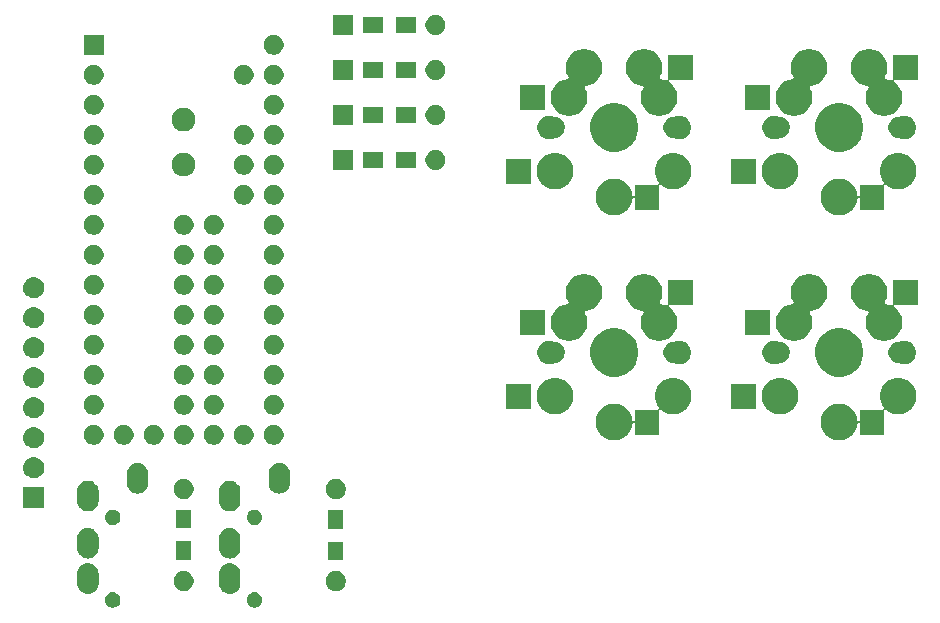
<source format=gbs>
G04 #@! TF.GenerationSoftware,KiCad,Pcbnew,(5.0.2)-1*
G04 #@! TF.CreationDate,2019-03-22T22:15:34+09:00*
G04 #@! TF.ProjectId,mitcard,6d697463-6172-4642-9e6b-696361645f70,rev?*
G04 #@! TF.SameCoordinates,Original*
G04 #@! TF.FileFunction,Soldermask,Bot*
G04 #@! TF.FilePolarity,Negative*
%FSLAX46Y46*%
G04 Gerber Fmt 4.6, Leading zero omitted, Abs format (unit mm)*
G04 Created by KiCad (PCBNEW (5.0.2)-1) date 2019/03/22 22:15:34*
%MOMM*%
%LPD*%
G01*
G04 APERTURE LIST*
%ADD10C,0.100000*%
G04 APERTURE END LIST*
D10*
G36*
X75689890Y-102874017D02*
X75808361Y-102923089D01*
X75808364Y-102923091D01*
X75905452Y-102987963D01*
X75914992Y-102994338D01*
X76005662Y-103085008D01*
X76076911Y-103191639D01*
X76125983Y-103310110D01*
X76151000Y-103435881D01*
X76151000Y-103564119D01*
X76125983Y-103689890D01*
X76076911Y-103808361D01*
X76005662Y-103914992D01*
X75914992Y-104005662D01*
X75808361Y-104076911D01*
X75689890Y-104125983D01*
X75564119Y-104151000D01*
X75435881Y-104151000D01*
X75310110Y-104125983D01*
X75191639Y-104076911D01*
X75085008Y-104005662D01*
X74994338Y-103914992D01*
X74923089Y-103808361D01*
X74874017Y-103689890D01*
X74849000Y-103564119D01*
X74849000Y-103435881D01*
X74874017Y-103310110D01*
X74923089Y-103191639D01*
X74994338Y-103085008D01*
X75085008Y-102994338D01*
X75094549Y-102987963D01*
X75191636Y-102923091D01*
X75191639Y-102923089D01*
X75310110Y-102874017D01*
X75435881Y-102849000D01*
X75564119Y-102849000D01*
X75689890Y-102874017D01*
X75689890Y-102874017D01*
G37*
G36*
X63689890Y-102874017D02*
X63808361Y-102923089D01*
X63808364Y-102923091D01*
X63905452Y-102987963D01*
X63914992Y-102994338D01*
X64005662Y-103085008D01*
X64076911Y-103191639D01*
X64125983Y-103310110D01*
X64151000Y-103435881D01*
X64151000Y-103564119D01*
X64125983Y-103689890D01*
X64076911Y-103808361D01*
X64005662Y-103914992D01*
X63914992Y-104005662D01*
X63808361Y-104076911D01*
X63689890Y-104125983D01*
X63564119Y-104151000D01*
X63435881Y-104151000D01*
X63310110Y-104125983D01*
X63191639Y-104076911D01*
X63085008Y-104005662D01*
X62994338Y-103914992D01*
X62923089Y-103808361D01*
X62874017Y-103689890D01*
X62849000Y-103564119D01*
X62849000Y-103435881D01*
X62874017Y-103310110D01*
X62923089Y-103191639D01*
X62994338Y-103085008D01*
X63085008Y-102994338D01*
X63094549Y-102987963D01*
X63191636Y-102923091D01*
X63191639Y-102923089D01*
X63310110Y-102874017D01*
X63435881Y-102849000D01*
X63564119Y-102849000D01*
X63689890Y-102874017D01*
X63689890Y-102874017D01*
G37*
G36*
X73576627Y-100412037D02*
X73689853Y-100446384D01*
X73746467Y-100463557D01*
X73885087Y-100537652D01*
X73902991Y-100547222D01*
X73938729Y-100576552D01*
X74040186Y-100659814D01*
X74123448Y-100761271D01*
X74152778Y-100797009D01*
X74152779Y-100797011D01*
X74236443Y-100953533D01*
X74236443Y-100953534D01*
X74287963Y-101123373D01*
X74301000Y-101255742D01*
X74301000Y-102144258D01*
X74287963Y-102276627D01*
X74275382Y-102318100D01*
X74236443Y-102446467D01*
X74175215Y-102561014D01*
X74152778Y-102602991D01*
X74123448Y-102638729D01*
X74040186Y-102740186D01*
X73902989Y-102852779D01*
X73746466Y-102936443D01*
X73689852Y-102953616D01*
X73576626Y-102987963D01*
X73400000Y-103005359D01*
X73223373Y-102987963D01*
X73110147Y-102953616D01*
X73053533Y-102936443D01*
X72897011Y-102852779D01*
X72897009Y-102852778D01*
X72861271Y-102823448D01*
X72759814Y-102740186D01*
X72647221Y-102602989D01*
X72563557Y-102446466D01*
X72520068Y-102303100D01*
X72512037Y-102276626D01*
X72499000Y-102144257D01*
X72499000Y-101255742D01*
X72500651Y-101238985D01*
X72512038Y-101123375D01*
X72512038Y-101123373D01*
X72563558Y-100953534D01*
X72563558Y-100953533D01*
X72647222Y-100797011D01*
X72647223Y-100797009D01*
X72676553Y-100761271D01*
X72759815Y-100659814D01*
X72861272Y-100576552D01*
X72897010Y-100547222D01*
X72914914Y-100537652D01*
X73053534Y-100463557D01*
X73110148Y-100446384D01*
X73223374Y-100412037D01*
X73400000Y-100394641D01*
X73576627Y-100412037D01*
X73576627Y-100412037D01*
G37*
G36*
X61576627Y-100412037D02*
X61689853Y-100446384D01*
X61746467Y-100463557D01*
X61885087Y-100537652D01*
X61902991Y-100547222D01*
X61938729Y-100576552D01*
X62040186Y-100659814D01*
X62123448Y-100761271D01*
X62152778Y-100797009D01*
X62152779Y-100797011D01*
X62236443Y-100953533D01*
X62236443Y-100953534D01*
X62287963Y-101123373D01*
X62301000Y-101255742D01*
X62301000Y-102144258D01*
X62287963Y-102276627D01*
X62275382Y-102318100D01*
X62236443Y-102446467D01*
X62175215Y-102561014D01*
X62152778Y-102602991D01*
X62123448Y-102638729D01*
X62040186Y-102740186D01*
X61902989Y-102852779D01*
X61746466Y-102936443D01*
X61689852Y-102953616D01*
X61576626Y-102987963D01*
X61400000Y-103005359D01*
X61223373Y-102987963D01*
X61110147Y-102953616D01*
X61053533Y-102936443D01*
X60897011Y-102852779D01*
X60897009Y-102852778D01*
X60861271Y-102823448D01*
X60759814Y-102740186D01*
X60647221Y-102602989D01*
X60563557Y-102446466D01*
X60520068Y-102303100D01*
X60512037Y-102276626D01*
X60499000Y-102144257D01*
X60499000Y-101255742D01*
X60500651Y-101238985D01*
X60512038Y-101123375D01*
X60512038Y-101123373D01*
X60563558Y-100953534D01*
X60563558Y-100953533D01*
X60647222Y-100797011D01*
X60647223Y-100797009D01*
X60676553Y-100761271D01*
X60759815Y-100659814D01*
X60861272Y-100576552D01*
X60897010Y-100547222D01*
X60914914Y-100537652D01*
X61053534Y-100463557D01*
X61110148Y-100446384D01*
X61223374Y-100412037D01*
X61400000Y-100394641D01*
X61576627Y-100412037D01*
X61576627Y-100412037D01*
G37*
G36*
X82633228Y-101096703D02*
X82788100Y-101160853D01*
X82927481Y-101253985D01*
X83046015Y-101372519D01*
X83139147Y-101511900D01*
X83203297Y-101666772D01*
X83236000Y-101831184D01*
X83236000Y-101998816D01*
X83203297Y-102163228D01*
X83139147Y-102318100D01*
X83046015Y-102457481D01*
X82927481Y-102576015D01*
X82788100Y-102669147D01*
X82633228Y-102733297D01*
X82468816Y-102766000D01*
X82301184Y-102766000D01*
X82136772Y-102733297D01*
X81981900Y-102669147D01*
X81842519Y-102576015D01*
X81723985Y-102457481D01*
X81630853Y-102318100D01*
X81566703Y-102163228D01*
X81534000Y-101998816D01*
X81534000Y-101831184D01*
X81566703Y-101666772D01*
X81630853Y-101511900D01*
X81723985Y-101372519D01*
X81842519Y-101253985D01*
X81981900Y-101160853D01*
X82136772Y-101096703D01*
X82301184Y-101064000D01*
X82468816Y-101064000D01*
X82633228Y-101096703D01*
X82633228Y-101096703D01*
G37*
G36*
X69748228Y-101081703D02*
X69903100Y-101145853D01*
X70042481Y-101238985D01*
X70161015Y-101357519D01*
X70254147Y-101496900D01*
X70318297Y-101651772D01*
X70351000Y-101816184D01*
X70351000Y-101983816D01*
X70318297Y-102148228D01*
X70254147Y-102303100D01*
X70161015Y-102442481D01*
X70042481Y-102561015D01*
X69903100Y-102654147D01*
X69748228Y-102718297D01*
X69583816Y-102751000D01*
X69416184Y-102751000D01*
X69251772Y-102718297D01*
X69096900Y-102654147D01*
X68957519Y-102561015D01*
X68838985Y-102442481D01*
X68745853Y-102303100D01*
X68681703Y-102148228D01*
X68649000Y-101983816D01*
X68649000Y-101816184D01*
X68681703Y-101651772D01*
X68745853Y-101496900D01*
X68838985Y-101357519D01*
X68957519Y-101238985D01*
X69096900Y-101145853D01*
X69251772Y-101081703D01*
X69416184Y-101049000D01*
X69583816Y-101049000D01*
X69748228Y-101081703D01*
X69748228Y-101081703D01*
G37*
G36*
X83036000Y-100166000D02*
X81734000Y-100166000D01*
X81734000Y-98564000D01*
X83036000Y-98564000D01*
X83036000Y-100166000D01*
X83036000Y-100166000D01*
G37*
G36*
X70151000Y-100151000D02*
X68849000Y-100151000D01*
X68849000Y-98549000D01*
X70151000Y-98549000D01*
X70151000Y-100151000D01*
X70151000Y-100151000D01*
G37*
G36*
X61576627Y-97412037D02*
X61689853Y-97446384D01*
X61746467Y-97463557D01*
X61885087Y-97537652D01*
X61902991Y-97547222D01*
X61938729Y-97576552D01*
X62040186Y-97659814D01*
X62123448Y-97761271D01*
X62152778Y-97797009D01*
X62152779Y-97797011D01*
X62236443Y-97953533D01*
X62236443Y-97953534D01*
X62287963Y-98123373D01*
X62301000Y-98255742D01*
X62301000Y-99144258D01*
X62287963Y-99276627D01*
X62253616Y-99389853D01*
X62236443Y-99446467D01*
X62162348Y-99585087D01*
X62152778Y-99602991D01*
X62123448Y-99638729D01*
X62040186Y-99740186D01*
X61902989Y-99852779D01*
X61746466Y-99936443D01*
X61689852Y-99953616D01*
X61576626Y-99987963D01*
X61400000Y-100005359D01*
X61223373Y-99987963D01*
X61110147Y-99953616D01*
X61053533Y-99936443D01*
X60897011Y-99852779D01*
X60897009Y-99852778D01*
X60861271Y-99823448D01*
X60759814Y-99740186D01*
X60647221Y-99602989D01*
X60563557Y-99446466D01*
X60546384Y-99389852D01*
X60512037Y-99276626D01*
X60499000Y-99144257D01*
X60499000Y-98255742D01*
X60512038Y-98123373D01*
X60563558Y-97953534D01*
X60563558Y-97953533D01*
X60647222Y-97797011D01*
X60647223Y-97797009D01*
X60676553Y-97761271D01*
X60759815Y-97659814D01*
X60861272Y-97576552D01*
X60897010Y-97547222D01*
X60914914Y-97537652D01*
X61053534Y-97463557D01*
X61110148Y-97446384D01*
X61223374Y-97412037D01*
X61400000Y-97394641D01*
X61576627Y-97412037D01*
X61576627Y-97412037D01*
G37*
G36*
X73576627Y-97412037D02*
X73689853Y-97446384D01*
X73746467Y-97463557D01*
X73885087Y-97537652D01*
X73902991Y-97547222D01*
X73938729Y-97576552D01*
X74040186Y-97659814D01*
X74123448Y-97761271D01*
X74152778Y-97797009D01*
X74152779Y-97797011D01*
X74236443Y-97953533D01*
X74236443Y-97953534D01*
X74287963Y-98123373D01*
X74301000Y-98255742D01*
X74301000Y-99144258D01*
X74287963Y-99276627D01*
X74253616Y-99389853D01*
X74236443Y-99446467D01*
X74162348Y-99585087D01*
X74152778Y-99602991D01*
X74123448Y-99638729D01*
X74040186Y-99740186D01*
X73902989Y-99852779D01*
X73746466Y-99936443D01*
X73689852Y-99953616D01*
X73576626Y-99987963D01*
X73400000Y-100005359D01*
X73223373Y-99987963D01*
X73110147Y-99953616D01*
X73053533Y-99936443D01*
X72897011Y-99852779D01*
X72897009Y-99852778D01*
X72861271Y-99823448D01*
X72759814Y-99740186D01*
X72647221Y-99602989D01*
X72563557Y-99446466D01*
X72546384Y-99389852D01*
X72512037Y-99276626D01*
X72499000Y-99144257D01*
X72499000Y-98255742D01*
X72512038Y-98123373D01*
X72563558Y-97953534D01*
X72563558Y-97953533D01*
X72647222Y-97797011D01*
X72647223Y-97797009D01*
X72676553Y-97761271D01*
X72759815Y-97659814D01*
X72861272Y-97576552D01*
X72897010Y-97547222D01*
X72914914Y-97537652D01*
X73053534Y-97463557D01*
X73110148Y-97446384D01*
X73223374Y-97412037D01*
X73400000Y-97394641D01*
X73576627Y-97412037D01*
X73576627Y-97412037D01*
G37*
G36*
X83036000Y-97466000D02*
X81734000Y-97466000D01*
X81734000Y-95864000D01*
X83036000Y-95864000D01*
X83036000Y-97466000D01*
X83036000Y-97466000D01*
G37*
G36*
X70151000Y-97451000D02*
X68849000Y-97451000D01*
X68849000Y-95849000D01*
X70151000Y-95849000D01*
X70151000Y-97451000D01*
X70151000Y-97451000D01*
G37*
G36*
X75689890Y-95874017D02*
X75808361Y-95923089D01*
X75808364Y-95923091D01*
X75905452Y-95987963D01*
X75914992Y-95994338D01*
X76005662Y-96085008D01*
X76076911Y-96191639D01*
X76125983Y-96310110D01*
X76151000Y-96435881D01*
X76151000Y-96564119D01*
X76125983Y-96689890D01*
X76076911Y-96808361D01*
X76005662Y-96914992D01*
X75914992Y-97005662D01*
X75808361Y-97076911D01*
X75689890Y-97125983D01*
X75564119Y-97151000D01*
X75435881Y-97151000D01*
X75310110Y-97125983D01*
X75191639Y-97076911D01*
X75085008Y-97005662D01*
X74994338Y-96914992D01*
X74923089Y-96808361D01*
X74874017Y-96689890D01*
X74849000Y-96564119D01*
X74849000Y-96435881D01*
X74874017Y-96310110D01*
X74923089Y-96191639D01*
X74994338Y-96085008D01*
X75085008Y-95994338D01*
X75094549Y-95987963D01*
X75191636Y-95923091D01*
X75191639Y-95923089D01*
X75310110Y-95874017D01*
X75435881Y-95849000D01*
X75564119Y-95849000D01*
X75689890Y-95874017D01*
X75689890Y-95874017D01*
G37*
G36*
X63689890Y-95874017D02*
X63808361Y-95923089D01*
X63808364Y-95923091D01*
X63905452Y-95987963D01*
X63914992Y-95994338D01*
X64005662Y-96085008D01*
X64076911Y-96191639D01*
X64125983Y-96310110D01*
X64151000Y-96435881D01*
X64151000Y-96564119D01*
X64125983Y-96689890D01*
X64076911Y-96808361D01*
X64005662Y-96914992D01*
X63914992Y-97005662D01*
X63808361Y-97076911D01*
X63689890Y-97125983D01*
X63564119Y-97151000D01*
X63435881Y-97151000D01*
X63310110Y-97125983D01*
X63191639Y-97076911D01*
X63085008Y-97005662D01*
X62994338Y-96914992D01*
X62923089Y-96808361D01*
X62874017Y-96689890D01*
X62849000Y-96564119D01*
X62849000Y-96435881D01*
X62874017Y-96310110D01*
X62923089Y-96191639D01*
X62994338Y-96085008D01*
X63085008Y-95994338D01*
X63094549Y-95987963D01*
X63191636Y-95923091D01*
X63191639Y-95923089D01*
X63310110Y-95874017D01*
X63435881Y-95849000D01*
X63564119Y-95849000D01*
X63689890Y-95874017D01*
X63689890Y-95874017D01*
G37*
G36*
X73576627Y-93412037D02*
X73665466Y-93438986D01*
X73746467Y-93463557D01*
X73885087Y-93537652D01*
X73902991Y-93547222D01*
X73933815Y-93572519D01*
X74040186Y-93659814D01*
X74123448Y-93761271D01*
X74152778Y-93797009D01*
X74152779Y-93797011D01*
X74236443Y-93953533D01*
X74236443Y-93953534D01*
X74287963Y-94123373D01*
X74301000Y-94255742D01*
X74301000Y-95144258D01*
X74287963Y-95276627D01*
X74253616Y-95389853D01*
X74236443Y-95446467D01*
X74162348Y-95585087D01*
X74152778Y-95602991D01*
X74123448Y-95638729D01*
X74040186Y-95740186D01*
X73902989Y-95852779D01*
X73746466Y-95936443D01*
X73689852Y-95953616D01*
X73576626Y-95987963D01*
X73400000Y-96005359D01*
X73223373Y-95987963D01*
X73110147Y-95953616D01*
X73053533Y-95936443D01*
X72897011Y-95852779D01*
X72897009Y-95852778D01*
X72861271Y-95823448D01*
X72759814Y-95740186D01*
X72647221Y-95602989D01*
X72563557Y-95446466D01*
X72546384Y-95389852D01*
X72512037Y-95276626D01*
X72499000Y-95144257D01*
X72499000Y-94255742D01*
X72512038Y-94123373D01*
X72563558Y-93953534D01*
X72563558Y-93953533D01*
X72647222Y-93797011D01*
X72647223Y-93797009D01*
X72676553Y-93761271D01*
X72759815Y-93659814D01*
X72866186Y-93572519D01*
X72897010Y-93547222D01*
X72914914Y-93537652D01*
X73053534Y-93463557D01*
X73134535Y-93438986D01*
X73223374Y-93412037D01*
X73400000Y-93394641D01*
X73576627Y-93412037D01*
X73576627Y-93412037D01*
G37*
G36*
X61576627Y-93412037D02*
X61665466Y-93438986D01*
X61746467Y-93463557D01*
X61885087Y-93537652D01*
X61902991Y-93547222D01*
X61933815Y-93572519D01*
X62040186Y-93659814D01*
X62123448Y-93761271D01*
X62152778Y-93797009D01*
X62152779Y-93797011D01*
X62236443Y-93953533D01*
X62236443Y-93953534D01*
X62287963Y-94123373D01*
X62301000Y-94255742D01*
X62301000Y-95144258D01*
X62287963Y-95276627D01*
X62253616Y-95389853D01*
X62236443Y-95446467D01*
X62162348Y-95585087D01*
X62152778Y-95602991D01*
X62123448Y-95638729D01*
X62040186Y-95740186D01*
X61902989Y-95852779D01*
X61746466Y-95936443D01*
X61689852Y-95953616D01*
X61576626Y-95987963D01*
X61400000Y-96005359D01*
X61223373Y-95987963D01*
X61110147Y-95953616D01*
X61053533Y-95936443D01*
X60897011Y-95852779D01*
X60897009Y-95852778D01*
X60861271Y-95823448D01*
X60759814Y-95740186D01*
X60647221Y-95602989D01*
X60563557Y-95446466D01*
X60546384Y-95389852D01*
X60512037Y-95276626D01*
X60499000Y-95144257D01*
X60499000Y-94255742D01*
X60512038Y-94123373D01*
X60563558Y-93953534D01*
X60563558Y-93953533D01*
X60647222Y-93797011D01*
X60647223Y-93797009D01*
X60676553Y-93761271D01*
X60759815Y-93659814D01*
X60866186Y-93572519D01*
X60897010Y-93547222D01*
X60914914Y-93537652D01*
X61053534Y-93463557D01*
X61134535Y-93438986D01*
X61223374Y-93412037D01*
X61400000Y-93394641D01*
X61576627Y-93412037D01*
X61576627Y-93412037D01*
G37*
G36*
X57711000Y-95741000D02*
X55909000Y-95741000D01*
X55909000Y-93939000D01*
X57711000Y-93939000D01*
X57711000Y-95741000D01*
X57711000Y-95741000D01*
G37*
G36*
X82633228Y-93296703D02*
X82788100Y-93360853D01*
X82927481Y-93453985D01*
X83046015Y-93572519D01*
X83139147Y-93711900D01*
X83203297Y-93866772D01*
X83236000Y-94031184D01*
X83236000Y-94198816D01*
X83203297Y-94363228D01*
X83139147Y-94518100D01*
X83046015Y-94657481D01*
X82927481Y-94776015D01*
X82788100Y-94869147D01*
X82633228Y-94933297D01*
X82468816Y-94966000D01*
X82301184Y-94966000D01*
X82136772Y-94933297D01*
X81981900Y-94869147D01*
X81842519Y-94776015D01*
X81723985Y-94657481D01*
X81630853Y-94518100D01*
X81566703Y-94363228D01*
X81534000Y-94198816D01*
X81534000Y-94031184D01*
X81566703Y-93866772D01*
X81630853Y-93711900D01*
X81723985Y-93572519D01*
X81842519Y-93453985D01*
X81981900Y-93360853D01*
X82136772Y-93296703D01*
X82301184Y-93264000D01*
X82468816Y-93264000D01*
X82633228Y-93296703D01*
X82633228Y-93296703D01*
G37*
G36*
X69748228Y-93281703D02*
X69903100Y-93345853D01*
X70042481Y-93438985D01*
X70161015Y-93557519D01*
X70254147Y-93696900D01*
X70318297Y-93851772D01*
X70351000Y-94016184D01*
X70351000Y-94183816D01*
X70318297Y-94348228D01*
X70254147Y-94503100D01*
X70161015Y-94642481D01*
X70042481Y-94761015D01*
X69903100Y-94854147D01*
X69748228Y-94918297D01*
X69583816Y-94951000D01*
X69416184Y-94951000D01*
X69251772Y-94918297D01*
X69096900Y-94854147D01*
X68957519Y-94761015D01*
X68838985Y-94642481D01*
X68745853Y-94503100D01*
X68681703Y-94348228D01*
X68649000Y-94183816D01*
X68649000Y-94016184D01*
X68681703Y-93851772D01*
X68745853Y-93696900D01*
X68838985Y-93557519D01*
X68957519Y-93438985D01*
X69096900Y-93345853D01*
X69251772Y-93281703D01*
X69416184Y-93249000D01*
X69583816Y-93249000D01*
X69748228Y-93281703D01*
X69748228Y-93281703D01*
G37*
G36*
X77776627Y-91912037D02*
X77889853Y-91946384D01*
X77946467Y-91963557D01*
X78085087Y-92037652D01*
X78102991Y-92047222D01*
X78138729Y-92076552D01*
X78240186Y-92159814D01*
X78323448Y-92261271D01*
X78352778Y-92297009D01*
X78352779Y-92297011D01*
X78436443Y-92453533D01*
X78436443Y-92453534D01*
X78487963Y-92623373D01*
X78501000Y-92755742D01*
X78501000Y-93644258D01*
X78487963Y-93776627D01*
X78465168Y-93851772D01*
X78436443Y-93946467D01*
X78399178Y-94016184D01*
X78352778Y-94102991D01*
X78336051Y-94123373D01*
X78240186Y-94240186D01*
X78102989Y-94352779D01*
X77946466Y-94436443D01*
X77889852Y-94453616D01*
X77776626Y-94487963D01*
X77600000Y-94505359D01*
X77423373Y-94487963D01*
X77310147Y-94453616D01*
X77253533Y-94436443D01*
X77097011Y-94352779D01*
X77097009Y-94352778D01*
X77061271Y-94323448D01*
X76959814Y-94240186D01*
X76847221Y-94102989D01*
X76763557Y-93946466D01*
X76746384Y-93889852D01*
X76712037Y-93776626D01*
X76699000Y-93644257D01*
X76699000Y-92755742D01*
X76712038Y-92623373D01*
X76763558Y-92453534D01*
X76763558Y-92453533D01*
X76847222Y-92297011D01*
X76847223Y-92297009D01*
X76876553Y-92261271D01*
X76959815Y-92159814D01*
X77061272Y-92076552D01*
X77097010Y-92047222D01*
X77114914Y-92037652D01*
X77253534Y-91963557D01*
X77310148Y-91946384D01*
X77423374Y-91912037D01*
X77600000Y-91894641D01*
X77776627Y-91912037D01*
X77776627Y-91912037D01*
G37*
G36*
X65776627Y-91912037D02*
X65889853Y-91946384D01*
X65946467Y-91963557D01*
X66085087Y-92037652D01*
X66102991Y-92047222D01*
X66138729Y-92076552D01*
X66240186Y-92159814D01*
X66323448Y-92261271D01*
X66352778Y-92297009D01*
X66352779Y-92297011D01*
X66436443Y-92453533D01*
X66436443Y-92453534D01*
X66487963Y-92623373D01*
X66501000Y-92755742D01*
X66501000Y-93644258D01*
X66487963Y-93776627D01*
X66465168Y-93851772D01*
X66436443Y-93946467D01*
X66399178Y-94016184D01*
X66352778Y-94102991D01*
X66336051Y-94123373D01*
X66240186Y-94240186D01*
X66102989Y-94352779D01*
X65946466Y-94436443D01*
X65889852Y-94453616D01*
X65776626Y-94487963D01*
X65600000Y-94505359D01*
X65423373Y-94487963D01*
X65310147Y-94453616D01*
X65253533Y-94436443D01*
X65097011Y-94352779D01*
X65097009Y-94352778D01*
X65061271Y-94323448D01*
X64959814Y-94240186D01*
X64847221Y-94102989D01*
X64763557Y-93946466D01*
X64746384Y-93889852D01*
X64712037Y-93776626D01*
X64699000Y-93644257D01*
X64699000Y-92755742D01*
X64712038Y-92623373D01*
X64763558Y-92453534D01*
X64763558Y-92453533D01*
X64847222Y-92297011D01*
X64847223Y-92297009D01*
X64876553Y-92261271D01*
X64959815Y-92159814D01*
X65061272Y-92076552D01*
X65097010Y-92047222D01*
X65114914Y-92037652D01*
X65253534Y-91963557D01*
X65310148Y-91946384D01*
X65423374Y-91912037D01*
X65600000Y-91894641D01*
X65776627Y-91912037D01*
X65776627Y-91912037D01*
G37*
G36*
X56920442Y-91405518D02*
X56986627Y-91412037D01*
X57099853Y-91446384D01*
X57156467Y-91463557D01*
X57295087Y-91537652D01*
X57312991Y-91547222D01*
X57348729Y-91576552D01*
X57450186Y-91659814D01*
X57533448Y-91761271D01*
X57562778Y-91797009D01*
X57562779Y-91797011D01*
X57646443Y-91953533D01*
X57663616Y-92010147D01*
X57697963Y-92123373D01*
X57715359Y-92300000D01*
X57697963Y-92476627D01*
X57663616Y-92589853D01*
X57646443Y-92646467D01*
X57588034Y-92755741D01*
X57562778Y-92802991D01*
X57533448Y-92838729D01*
X57450186Y-92940186D01*
X57348729Y-93023448D01*
X57312991Y-93052778D01*
X57312989Y-93052779D01*
X57156467Y-93136443D01*
X57099853Y-93153616D01*
X56986627Y-93187963D01*
X56920443Y-93194481D01*
X56854260Y-93201000D01*
X56765740Y-93201000D01*
X56699557Y-93194481D01*
X56633373Y-93187963D01*
X56520147Y-93153616D01*
X56463533Y-93136443D01*
X56307011Y-93052779D01*
X56307009Y-93052778D01*
X56271271Y-93023448D01*
X56169814Y-92940186D01*
X56086552Y-92838729D01*
X56057222Y-92802991D01*
X56031966Y-92755741D01*
X55973557Y-92646467D01*
X55956384Y-92589853D01*
X55922037Y-92476627D01*
X55904641Y-92300000D01*
X55922037Y-92123373D01*
X55956384Y-92010147D01*
X55973557Y-91953533D01*
X56057221Y-91797011D01*
X56057222Y-91797009D01*
X56086552Y-91761271D01*
X56169814Y-91659814D01*
X56271271Y-91576552D01*
X56307009Y-91547222D01*
X56324913Y-91537652D01*
X56463533Y-91463557D01*
X56520147Y-91446384D01*
X56633373Y-91412037D01*
X56699558Y-91405518D01*
X56765740Y-91399000D01*
X56854260Y-91399000D01*
X56920442Y-91405518D01*
X56920442Y-91405518D01*
G37*
G36*
X56920443Y-88865519D02*
X56986627Y-88872037D01*
X57099853Y-88906384D01*
X57156467Y-88923557D01*
X57295087Y-88997652D01*
X57312991Y-89007222D01*
X57348729Y-89036552D01*
X57450186Y-89119814D01*
X57503414Y-89184674D01*
X57562778Y-89257009D01*
X57562779Y-89257011D01*
X57646443Y-89413533D01*
X57654079Y-89438705D01*
X57697963Y-89583373D01*
X57715359Y-89760000D01*
X57697963Y-89936627D01*
X57663616Y-90049853D01*
X57646443Y-90106467D01*
X57611941Y-90171014D01*
X57562778Y-90262991D01*
X57561829Y-90264147D01*
X57450186Y-90400186D01*
X57348729Y-90483448D01*
X57312991Y-90512778D01*
X57312989Y-90512779D01*
X57156467Y-90596443D01*
X57099853Y-90613616D01*
X56986627Y-90647963D01*
X56920443Y-90654481D01*
X56854260Y-90661000D01*
X56765740Y-90661000D01*
X56699557Y-90654481D01*
X56633373Y-90647963D01*
X56520147Y-90613616D01*
X56463533Y-90596443D01*
X56307011Y-90512779D01*
X56307009Y-90512778D01*
X56271271Y-90483448D01*
X56169814Y-90400186D01*
X56058171Y-90264147D01*
X56057222Y-90262991D01*
X56008059Y-90171014D01*
X55973557Y-90106467D01*
X55956384Y-90049853D01*
X55922037Y-89936627D01*
X55904641Y-89760000D01*
X55922037Y-89583373D01*
X55965921Y-89438705D01*
X55973557Y-89413533D01*
X56057221Y-89257011D01*
X56057222Y-89257009D01*
X56116586Y-89184674D01*
X56169814Y-89119814D01*
X56271271Y-89036552D01*
X56307009Y-89007222D01*
X56324913Y-88997652D01*
X56463533Y-88923557D01*
X56520147Y-88906384D01*
X56633373Y-88872037D01*
X56699557Y-88865519D01*
X56765740Y-88859000D01*
X56854260Y-88859000D01*
X56920443Y-88865519D01*
X56920443Y-88865519D01*
G37*
G36*
X67208228Y-88691703D02*
X67363100Y-88755853D01*
X67502481Y-88848985D01*
X67621015Y-88967519D01*
X67714147Y-89106900D01*
X67778297Y-89261772D01*
X67811000Y-89426184D01*
X67811000Y-89593816D01*
X67778297Y-89758228D01*
X67714147Y-89913100D01*
X67621015Y-90052481D01*
X67502481Y-90171015D01*
X67363100Y-90264147D01*
X67208228Y-90328297D01*
X67043816Y-90361000D01*
X66876184Y-90361000D01*
X66711772Y-90328297D01*
X66556900Y-90264147D01*
X66417519Y-90171015D01*
X66298985Y-90052481D01*
X66205853Y-89913100D01*
X66141703Y-89758228D01*
X66109000Y-89593816D01*
X66109000Y-89426184D01*
X66141703Y-89261772D01*
X66205853Y-89106900D01*
X66298985Y-88967519D01*
X66417519Y-88848985D01*
X66556900Y-88755853D01*
X66711772Y-88691703D01*
X66876184Y-88659000D01*
X67043816Y-88659000D01*
X67208228Y-88691703D01*
X67208228Y-88691703D01*
G37*
G36*
X69748228Y-88691703D02*
X69903100Y-88755853D01*
X70042481Y-88848985D01*
X70161015Y-88967519D01*
X70254147Y-89106900D01*
X70318297Y-89261772D01*
X70351000Y-89426184D01*
X70351000Y-89593816D01*
X70318297Y-89758228D01*
X70254147Y-89913100D01*
X70161015Y-90052481D01*
X70042481Y-90171015D01*
X69903100Y-90264147D01*
X69748228Y-90328297D01*
X69583816Y-90361000D01*
X69416184Y-90361000D01*
X69251772Y-90328297D01*
X69096900Y-90264147D01*
X68957519Y-90171015D01*
X68838985Y-90052481D01*
X68745853Y-89913100D01*
X68681703Y-89758228D01*
X68649000Y-89593816D01*
X68649000Y-89426184D01*
X68681703Y-89261772D01*
X68745853Y-89106900D01*
X68838985Y-88967519D01*
X68957519Y-88848985D01*
X69096900Y-88755853D01*
X69251772Y-88691703D01*
X69416184Y-88659000D01*
X69583816Y-88659000D01*
X69748228Y-88691703D01*
X69748228Y-88691703D01*
G37*
G36*
X72288228Y-88691703D02*
X72443100Y-88755853D01*
X72582481Y-88848985D01*
X72701015Y-88967519D01*
X72794147Y-89106900D01*
X72858297Y-89261772D01*
X72891000Y-89426184D01*
X72891000Y-89593816D01*
X72858297Y-89758228D01*
X72794147Y-89913100D01*
X72701015Y-90052481D01*
X72582481Y-90171015D01*
X72443100Y-90264147D01*
X72288228Y-90328297D01*
X72123816Y-90361000D01*
X71956184Y-90361000D01*
X71791772Y-90328297D01*
X71636900Y-90264147D01*
X71497519Y-90171015D01*
X71378985Y-90052481D01*
X71285853Y-89913100D01*
X71221703Y-89758228D01*
X71189000Y-89593816D01*
X71189000Y-89426184D01*
X71221703Y-89261772D01*
X71285853Y-89106900D01*
X71378985Y-88967519D01*
X71497519Y-88848985D01*
X71636900Y-88755853D01*
X71791772Y-88691703D01*
X71956184Y-88659000D01*
X72123816Y-88659000D01*
X72288228Y-88691703D01*
X72288228Y-88691703D01*
G37*
G36*
X74828228Y-88691703D02*
X74983100Y-88755853D01*
X75122481Y-88848985D01*
X75241015Y-88967519D01*
X75334147Y-89106900D01*
X75398297Y-89261772D01*
X75431000Y-89426184D01*
X75431000Y-89593816D01*
X75398297Y-89758228D01*
X75334147Y-89913100D01*
X75241015Y-90052481D01*
X75122481Y-90171015D01*
X74983100Y-90264147D01*
X74828228Y-90328297D01*
X74663816Y-90361000D01*
X74496184Y-90361000D01*
X74331772Y-90328297D01*
X74176900Y-90264147D01*
X74037519Y-90171015D01*
X73918985Y-90052481D01*
X73825853Y-89913100D01*
X73761703Y-89758228D01*
X73729000Y-89593816D01*
X73729000Y-89426184D01*
X73761703Y-89261772D01*
X73825853Y-89106900D01*
X73918985Y-88967519D01*
X74037519Y-88848985D01*
X74176900Y-88755853D01*
X74331772Y-88691703D01*
X74496184Y-88659000D01*
X74663816Y-88659000D01*
X74828228Y-88691703D01*
X74828228Y-88691703D01*
G37*
G36*
X64668228Y-88691703D02*
X64823100Y-88755853D01*
X64962481Y-88848985D01*
X65081015Y-88967519D01*
X65174147Y-89106900D01*
X65238297Y-89261772D01*
X65271000Y-89426184D01*
X65271000Y-89593816D01*
X65238297Y-89758228D01*
X65174147Y-89913100D01*
X65081015Y-90052481D01*
X64962481Y-90171015D01*
X64823100Y-90264147D01*
X64668228Y-90328297D01*
X64503816Y-90361000D01*
X64336184Y-90361000D01*
X64171772Y-90328297D01*
X64016900Y-90264147D01*
X63877519Y-90171015D01*
X63758985Y-90052481D01*
X63665853Y-89913100D01*
X63601703Y-89758228D01*
X63569000Y-89593816D01*
X63569000Y-89426184D01*
X63601703Y-89261772D01*
X63665853Y-89106900D01*
X63758985Y-88967519D01*
X63877519Y-88848985D01*
X64016900Y-88755853D01*
X64171772Y-88691703D01*
X64336184Y-88659000D01*
X64503816Y-88659000D01*
X64668228Y-88691703D01*
X64668228Y-88691703D01*
G37*
G36*
X62128228Y-88691703D02*
X62283100Y-88755853D01*
X62422481Y-88848985D01*
X62541015Y-88967519D01*
X62634147Y-89106900D01*
X62698297Y-89261772D01*
X62731000Y-89426184D01*
X62731000Y-89593816D01*
X62698297Y-89758228D01*
X62634147Y-89913100D01*
X62541015Y-90052481D01*
X62422481Y-90171015D01*
X62283100Y-90264147D01*
X62128228Y-90328297D01*
X61963816Y-90361000D01*
X61796184Y-90361000D01*
X61631772Y-90328297D01*
X61476900Y-90264147D01*
X61337519Y-90171015D01*
X61218985Y-90052481D01*
X61125853Y-89913100D01*
X61061703Y-89758228D01*
X61029000Y-89593816D01*
X61029000Y-89426184D01*
X61061703Y-89261772D01*
X61125853Y-89106900D01*
X61218985Y-88967519D01*
X61337519Y-88848985D01*
X61476900Y-88755853D01*
X61631772Y-88691703D01*
X61796184Y-88659000D01*
X61963816Y-88659000D01*
X62128228Y-88691703D01*
X62128228Y-88691703D01*
G37*
G36*
X77368228Y-88691703D02*
X77523100Y-88755853D01*
X77662481Y-88848985D01*
X77781015Y-88967519D01*
X77874147Y-89106900D01*
X77938297Y-89261772D01*
X77971000Y-89426184D01*
X77971000Y-89593816D01*
X77938297Y-89758228D01*
X77874147Y-89913100D01*
X77781015Y-90052481D01*
X77662481Y-90171015D01*
X77523100Y-90264147D01*
X77368228Y-90328297D01*
X77203816Y-90361000D01*
X77036184Y-90361000D01*
X76871772Y-90328297D01*
X76716900Y-90264147D01*
X76577519Y-90171015D01*
X76458985Y-90052481D01*
X76365853Y-89913100D01*
X76301703Y-89758228D01*
X76269000Y-89593816D01*
X76269000Y-89426184D01*
X76301703Y-89261772D01*
X76365853Y-89106900D01*
X76458985Y-88967519D01*
X76577519Y-88848985D01*
X76716900Y-88755853D01*
X76871772Y-88691703D01*
X77036184Y-88659000D01*
X77203816Y-88659000D01*
X77368228Y-88691703D01*
X77368228Y-88691703D01*
G37*
G36*
X111302527Y-84738736D02*
X111402410Y-84758604D01*
X111684674Y-84875521D01*
X111938705Y-85045259D01*
X112154741Y-85261295D01*
X112324479Y-85515326D01*
X112441396Y-85797590D01*
X112501000Y-86097240D01*
X112501000Y-86402760D01*
X112441396Y-86702410D01*
X112324479Y-86984674D01*
X112154741Y-87238705D01*
X111938705Y-87454741D01*
X111684674Y-87624479D01*
X111402410Y-87741396D01*
X111302527Y-87761264D01*
X111102762Y-87801000D01*
X110797238Y-87801000D01*
X110597473Y-87761264D01*
X110497590Y-87741396D01*
X110215326Y-87624479D01*
X109961295Y-87454741D01*
X109961290Y-87454736D01*
X109957656Y-87452308D01*
X109945446Y-87442287D01*
X109923835Y-87430736D01*
X109900386Y-87423623D01*
X109876000Y-87421221D01*
X109851614Y-87423623D01*
X109828165Y-87430736D01*
X109806554Y-87442287D01*
X109787612Y-87457833D01*
X109772066Y-87476775D01*
X109760515Y-87498386D01*
X109753402Y-87521835D01*
X109751000Y-87546221D01*
X109751000Y-89501000D01*
X107749000Y-89501000D01*
X107749000Y-88625127D01*
X107746598Y-88600741D01*
X107739485Y-88577292D01*
X107727934Y-88555681D01*
X107712388Y-88536739D01*
X107693446Y-88521193D01*
X107671835Y-88509642D01*
X107648386Y-88502529D01*
X107624000Y-88500127D01*
X107599614Y-88502529D01*
X107576165Y-88509642D01*
X107554554Y-88521193D01*
X107535612Y-88536739D01*
X107520066Y-88555681D01*
X107508515Y-88577292D01*
X107501402Y-88600741D01*
X107501000Y-88602760D01*
X107441396Y-88902410D01*
X107324479Y-89184674D01*
X107154741Y-89438705D01*
X106938705Y-89654741D01*
X106684674Y-89824479D01*
X106402410Y-89941396D01*
X106302527Y-89961264D01*
X106102762Y-90001000D01*
X105797238Y-90001000D01*
X105597473Y-89961264D01*
X105497590Y-89941396D01*
X105215326Y-89824479D01*
X104961295Y-89654741D01*
X104745259Y-89438705D01*
X104575521Y-89184674D01*
X104458604Y-88902410D01*
X104399000Y-88602760D01*
X104399000Y-88297240D01*
X104458604Y-87997590D01*
X104575521Y-87715326D01*
X104745259Y-87461295D01*
X104961295Y-87245259D01*
X105215326Y-87075521D01*
X105497590Y-86958604D01*
X105597473Y-86938736D01*
X105797238Y-86899000D01*
X106102762Y-86899000D01*
X106302527Y-86938736D01*
X106402410Y-86958604D01*
X106684674Y-87075521D01*
X106938705Y-87245259D01*
X107154741Y-87461295D01*
X107324479Y-87715326D01*
X107441396Y-87997590D01*
X107461441Y-88098363D01*
X107501402Y-88299259D01*
X107508515Y-88322709D01*
X107520066Y-88344319D01*
X107535612Y-88363261D01*
X107554554Y-88378807D01*
X107576165Y-88390358D01*
X107599614Y-88397471D01*
X107624000Y-88399873D01*
X107648386Y-88397471D01*
X107671836Y-88390358D01*
X107693446Y-88378807D01*
X107712388Y-88363261D01*
X107727934Y-88344319D01*
X107739485Y-88322708D01*
X107746598Y-88299259D01*
X107749000Y-88274873D01*
X107749000Y-87399000D01*
X109618508Y-87399000D01*
X109642894Y-87396598D01*
X109666343Y-87389485D01*
X109687954Y-87377934D01*
X109706896Y-87362388D01*
X109722442Y-87343446D01*
X109733993Y-87321835D01*
X109741106Y-87298386D01*
X109743508Y-87274000D01*
X109741106Y-87249614D01*
X109733993Y-87226165D01*
X109722452Y-87204573D01*
X109575521Y-86984674D01*
X109458604Y-86702410D01*
X109399000Y-86402760D01*
X109399000Y-86097240D01*
X109458604Y-85797590D01*
X109575521Y-85515326D01*
X109745259Y-85261295D01*
X109961295Y-85045259D01*
X110215326Y-84875521D01*
X110497590Y-84758604D01*
X110597473Y-84738736D01*
X110797238Y-84699000D01*
X111102762Y-84699000D01*
X111302527Y-84738736D01*
X111302527Y-84738736D01*
G37*
G36*
X130352527Y-84738736D02*
X130452410Y-84758604D01*
X130734674Y-84875521D01*
X130988705Y-85045259D01*
X131204741Y-85261295D01*
X131374479Y-85515326D01*
X131491396Y-85797590D01*
X131551000Y-86097240D01*
X131551000Y-86402760D01*
X131491396Y-86702410D01*
X131374479Y-86984674D01*
X131204741Y-87238705D01*
X130988705Y-87454741D01*
X130734674Y-87624479D01*
X130452410Y-87741396D01*
X130352527Y-87761264D01*
X130152762Y-87801000D01*
X129847238Y-87801000D01*
X129647473Y-87761264D01*
X129547590Y-87741396D01*
X129265326Y-87624479D01*
X129011295Y-87454741D01*
X129011290Y-87454736D01*
X129007656Y-87452308D01*
X128995446Y-87442287D01*
X128973835Y-87430736D01*
X128950386Y-87423623D01*
X128926000Y-87421221D01*
X128901614Y-87423623D01*
X128878165Y-87430736D01*
X128856554Y-87442287D01*
X128837612Y-87457833D01*
X128822066Y-87476775D01*
X128810515Y-87498386D01*
X128803402Y-87521835D01*
X128801000Y-87546221D01*
X128801000Y-89501000D01*
X126799000Y-89501000D01*
X126799000Y-88625127D01*
X126796598Y-88600741D01*
X126789485Y-88577292D01*
X126777934Y-88555681D01*
X126762388Y-88536739D01*
X126743446Y-88521193D01*
X126721835Y-88509642D01*
X126698386Y-88502529D01*
X126674000Y-88500127D01*
X126649614Y-88502529D01*
X126626165Y-88509642D01*
X126604554Y-88521193D01*
X126585612Y-88536739D01*
X126570066Y-88555681D01*
X126558515Y-88577292D01*
X126551402Y-88600741D01*
X126551000Y-88602760D01*
X126491396Y-88902410D01*
X126374479Y-89184674D01*
X126204741Y-89438705D01*
X125988705Y-89654741D01*
X125734674Y-89824479D01*
X125452410Y-89941396D01*
X125352527Y-89961264D01*
X125152762Y-90001000D01*
X124847238Y-90001000D01*
X124647473Y-89961264D01*
X124547590Y-89941396D01*
X124265326Y-89824479D01*
X124011295Y-89654741D01*
X123795259Y-89438705D01*
X123625521Y-89184674D01*
X123508604Y-88902410D01*
X123449000Y-88602760D01*
X123449000Y-88297240D01*
X123508604Y-87997590D01*
X123625521Y-87715326D01*
X123795259Y-87461295D01*
X124011295Y-87245259D01*
X124265326Y-87075521D01*
X124547590Y-86958604D01*
X124647473Y-86938736D01*
X124847238Y-86899000D01*
X125152762Y-86899000D01*
X125352527Y-86938736D01*
X125452410Y-86958604D01*
X125734674Y-87075521D01*
X125988705Y-87245259D01*
X126204741Y-87461295D01*
X126374479Y-87715326D01*
X126491396Y-87997590D01*
X126511441Y-88098363D01*
X126551402Y-88299259D01*
X126558515Y-88322709D01*
X126570066Y-88344319D01*
X126585612Y-88363261D01*
X126604554Y-88378807D01*
X126626165Y-88390358D01*
X126649614Y-88397471D01*
X126674000Y-88399873D01*
X126698386Y-88397471D01*
X126721836Y-88390358D01*
X126743446Y-88378807D01*
X126762388Y-88363261D01*
X126777934Y-88344319D01*
X126789485Y-88322708D01*
X126796598Y-88299259D01*
X126799000Y-88274873D01*
X126799000Y-87399000D01*
X128668508Y-87399000D01*
X128692894Y-87396598D01*
X128716343Y-87389485D01*
X128737954Y-87377934D01*
X128756896Y-87362388D01*
X128772442Y-87343446D01*
X128783993Y-87321835D01*
X128791106Y-87298386D01*
X128793508Y-87274000D01*
X128791106Y-87249614D01*
X128783993Y-87226165D01*
X128772452Y-87204573D01*
X128625521Y-86984674D01*
X128508604Y-86702410D01*
X128449000Y-86402760D01*
X128449000Y-86097240D01*
X128508604Y-85797590D01*
X128625521Y-85515326D01*
X128795259Y-85261295D01*
X129011295Y-85045259D01*
X129265326Y-84875521D01*
X129547590Y-84758604D01*
X129647473Y-84738736D01*
X129847238Y-84699000D01*
X130152762Y-84699000D01*
X130352527Y-84738736D01*
X130352527Y-84738736D01*
G37*
G36*
X56920443Y-86325519D02*
X56986627Y-86332037D01*
X57099853Y-86366384D01*
X57156467Y-86383557D01*
X57295087Y-86457652D01*
X57312991Y-86467222D01*
X57348729Y-86496552D01*
X57450186Y-86579814D01*
X57533448Y-86681271D01*
X57562778Y-86717009D01*
X57562779Y-86717011D01*
X57646443Y-86873533D01*
X57654168Y-86899000D01*
X57697963Y-87043373D01*
X57715359Y-87220000D01*
X57697963Y-87396627D01*
X57687616Y-87430736D01*
X57646443Y-87566467D01*
X57615434Y-87624479D01*
X57562778Y-87722991D01*
X57561829Y-87724147D01*
X57450186Y-87860186D01*
X57348729Y-87943448D01*
X57312991Y-87972778D01*
X57312989Y-87972779D01*
X57156467Y-88056443D01*
X57099853Y-88073616D01*
X56986627Y-88107963D01*
X56920442Y-88114482D01*
X56854260Y-88121000D01*
X56765740Y-88121000D01*
X56699558Y-88114482D01*
X56633373Y-88107963D01*
X56520147Y-88073616D01*
X56463533Y-88056443D01*
X56307011Y-87972779D01*
X56307009Y-87972778D01*
X56271271Y-87943448D01*
X56169814Y-87860186D01*
X56058171Y-87724147D01*
X56057222Y-87722991D01*
X56004566Y-87624479D01*
X55973557Y-87566467D01*
X55932384Y-87430736D01*
X55922037Y-87396627D01*
X55904641Y-87220000D01*
X55922037Y-87043373D01*
X55965832Y-86899000D01*
X55973557Y-86873533D01*
X56057221Y-86717011D01*
X56057222Y-86717009D01*
X56086552Y-86681271D01*
X56169814Y-86579814D01*
X56271271Y-86496552D01*
X56307009Y-86467222D01*
X56324913Y-86457652D01*
X56463533Y-86383557D01*
X56520147Y-86366384D01*
X56633373Y-86332037D01*
X56699557Y-86325519D01*
X56765740Y-86319000D01*
X56854260Y-86319000D01*
X56920443Y-86325519D01*
X56920443Y-86325519D01*
G37*
G36*
X72288228Y-86151703D02*
X72443100Y-86215853D01*
X72582481Y-86308985D01*
X72701015Y-86427519D01*
X72794147Y-86566900D01*
X72858297Y-86721772D01*
X72891000Y-86886184D01*
X72891000Y-87053816D01*
X72858297Y-87218228D01*
X72794147Y-87373100D01*
X72701015Y-87512481D01*
X72582481Y-87631015D01*
X72443100Y-87724147D01*
X72288228Y-87788297D01*
X72123816Y-87821000D01*
X71956184Y-87821000D01*
X71791772Y-87788297D01*
X71636900Y-87724147D01*
X71497519Y-87631015D01*
X71378985Y-87512481D01*
X71285853Y-87373100D01*
X71221703Y-87218228D01*
X71189000Y-87053816D01*
X71189000Y-86886184D01*
X71221703Y-86721772D01*
X71285853Y-86566900D01*
X71378985Y-86427519D01*
X71497519Y-86308985D01*
X71636900Y-86215853D01*
X71791772Y-86151703D01*
X71956184Y-86119000D01*
X72123816Y-86119000D01*
X72288228Y-86151703D01*
X72288228Y-86151703D01*
G37*
G36*
X77368228Y-86151703D02*
X77523100Y-86215853D01*
X77662481Y-86308985D01*
X77781015Y-86427519D01*
X77874147Y-86566900D01*
X77938297Y-86721772D01*
X77971000Y-86886184D01*
X77971000Y-87053816D01*
X77938297Y-87218228D01*
X77874147Y-87373100D01*
X77781015Y-87512481D01*
X77662481Y-87631015D01*
X77523100Y-87724147D01*
X77368228Y-87788297D01*
X77203816Y-87821000D01*
X77036184Y-87821000D01*
X76871772Y-87788297D01*
X76716900Y-87724147D01*
X76577519Y-87631015D01*
X76458985Y-87512481D01*
X76365853Y-87373100D01*
X76301703Y-87218228D01*
X76269000Y-87053816D01*
X76269000Y-86886184D01*
X76301703Y-86721772D01*
X76365853Y-86566900D01*
X76458985Y-86427519D01*
X76577519Y-86308985D01*
X76716900Y-86215853D01*
X76871772Y-86151703D01*
X77036184Y-86119000D01*
X77203816Y-86119000D01*
X77368228Y-86151703D01*
X77368228Y-86151703D01*
G37*
G36*
X69748228Y-86151703D02*
X69903100Y-86215853D01*
X70042481Y-86308985D01*
X70161015Y-86427519D01*
X70254147Y-86566900D01*
X70318297Y-86721772D01*
X70351000Y-86886184D01*
X70351000Y-87053816D01*
X70318297Y-87218228D01*
X70254147Y-87373100D01*
X70161015Y-87512481D01*
X70042481Y-87631015D01*
X69903100Y-87724147D01*
X69748228Y-87788297D01*
X69583816Y-87821000D01*
X69416184Y-87821000D01*
X69251772Y-87788297D01*
X69096900Y-87724147D01*
X68957519Y-87631015D01*
X68838985Y-87512481D01*
X68745853Y-87373100D01*
X68681703Y-87218228D01*
X68649000Y-87053816D01*
X68649000Y-86886184D01*
X68681703Y-86721772D01*
X68745853Y-86566900D01*
X68838985Y-86427519D01*
X68957519Y-86308985D01*
X69096900Y-86215853D01*
X69251772Y-86151703D01*
X69416184Y-86119000D01*
X69583816Y-86119000D01*
X69748228Y-86151703D01*
X69748228Y-86151703D01*
G37*
G36*
X62128228Y-86151703D02*
X62283100Y-86215853D01*
X62422481Y-86308985D01*
X62541015Y-86427519D01*
X62634147Y-86566900D01*
X62698297Y-86721772D01*
X62731000Y-86886184D01*
X62731000Y-87053816D01*
X62698297Y-87218228D01*
X62634147Y-87373100D01*
X62541015Y-87512481D01*
X62422481Y-87631015D01*
X62283100Y-87724147D01*
X62128228Y-87788297D01*
X61963816Y-87821000D01*
X61796184Y-87821000D01*
X61631772Y-87788297D01*
X61476900Y-87724147D01*
X61337519Y-87631015D01*
X61218985Y-87512481D01*
X61125853Y-87373100D01*
X61061703Y-87218228D01*
X61029000Y-87053816D01*
X61029000Y-86886184D01*
X61061703Y-86721772D01*
X61125853Y-86566900D01*
X61218985Y-86427519D01*
X61337519Y-86308985D01*
X61476900Y-86215853D01*
X61631772Y-86151703D01*
X61796184Y-86119000D01*
X61963816Y-86119000D01*
X62128228Y-86151703D01*
X62128228Y-86151703D01*
G37*
G36*
X120352527Y-84738736D02*
X120452410Y-84758604D01*
X120734674Y-84875521D01*
X120988705Y-85045259D01*
X121204741Y-85261295D01*
X121374479Y-85515326D01*
X121491396Y-85797590D01*
X121551000Y-86097240D01*
X121551000Y-86402760D01*
X121491396Y-86702410D01*
X121374479Y-86984674D01*
X121204741Y-87238705D01*
X120988705Y-87454741D01*
X120734674Y-87624479D01*
X120452410Y-87741396D01*
X120352527Y-87761264D01*
X120152762Y-87801000D01*
X119847238Y-87801000D01*
X119647473Y-87761264D01*
X119547590Y-87741396D01*
X119265326Y-87624479D01*
X119011295Y-87454741D01*
X118795259Y-87238705D01*
X118625521Y-86984674D01*
X118508604Y-86702410D01*
X118449000Y-86402760D01*
X118449000Y-86097240D01*
X118508604Y-85797590D01*
X118625521Y-85515326D01*
X118795259Y-85261295D01*
X119011295Y-85045259D01*
X119265326Y-84875521D01*
X119547590Y-84758604D01*
X119647473Y-84738736D01*
X119847238Y-84699000D01*
X120152762Y-84699000D01*
X120352527Y-84738736D01*
X120352527Y-84738736D01*
G37*
G36*
X101302527Y-84738736D02*
X101402410Y-84758604D01*
X101684674Y-84875521D01*
X101938705Y-85045259D01*
X102154741Y-85261295D01*
X102324479Y-85515326D01*
X102441396Y-85797590D01*
X102501000Y-86097240D01*
X102501000Y-86402760D01*
X102441396Y-86702410D01*
X102324479Y-86984674D01*
X102154741Y-87238705D01*
X101938705Y-87454741D01*
X101684674Y-87624479D01*
X101402410Y-87741396D01*
X101302527Y-87761264D01*
X101102762Y-87801000D01*
X100797238Y-87801000D01*
X100597473Y-87761264D01*
X100497590Y-87741396D01*
X100215326Y-87624479D01*
X99961295Y-87454741D01*
X99745259Y-87238705D01*
X99575521Y-86984674D01*
X99458604Y-86702410D01*
X99399000Y-86402760D01*
X99399000Y-86097240D01*
X99458604Y-85797590D01*
X99575521Y-85515326D01*
X99745259Y-85261295D01*
X99961295Y-85045259D01*
X100215326Y-84875521D01*
X100497590Y-84758604D01*
X100597473Y-84738736D01*
X100797238Y-84699000D01*
X101102762Y-84699000D01*
X101302527Y-84738736D01*
X101302527Y-84738736D01*
G37*
G36*
X117951000Y-87301000D02*
X115849000Y-87301000D01*
X115849000Y-85199000D01*
X117951000Y-85199000D01*
X117951000Y-87301000D01*
X117951000Y-87301000D01*
G37*
G36*
X98901000Y-87301000D02*
X96799000Y-87301000D01*
X96799000Y-85199000D01*
X98901000Y-85199000D01*
X98901000Y-87301000D01*
X98901000Y-87301000D01*
G37*
G36*
X56920443Y-83785519D02*
X56986627Y-83792037D01*
X57099853Y-83826384D01*
X57156467Y-83843557D01*
X57295087Y-83917652D01*
X57312991Y-83927222D01*
X57348729Y-83956552D01*
X57450186Y-84039814D01*
X57533448Y-84141271D01*
X57562778Y-84177009D01*
X57562779Y-84177011D01*
X57646443Y-84333533D01*
X57656768Y-84367572D01*
X57697963Y-84503373D01*
X57715359Y-84680000D01*
X57697963Y-84856627D01*
X57663616Y-84969853D01*
X57646443Y-85026467D01*
X57611941Y-85091014D01*
X57562778Y-85182991D01*
X57533448Y-85218729D01*
X57450186Y-85320186D01*
X57348729Y-85403448D01*
X57312991Y-85432778D01*
X57312989Y-85432779D01*
X57156467Y-85516443D01*
X57099853Y-85533616D01*
X56986627Y-85567963D01*
X56920443Y-85574481D01*
X56854260Y-85581000D01*
X56765740Y-85581000D01*
X56699557Y-85574481D01*
X56633373Y-85567963D01*
X56520147Y-85533616D01*
X56463533Y-85516443D01*
X56307011Y-85432779D01*
X56307009Y-85432778D01*
X56271271Y-85403448D01*
X56169814Y-85320186D01*
X56086552Y-85218729D01*
X56057222Y-85182991D01*
X56008059Y-85091014D01*
X55973557Y-85026467D01*
X55956384Y-84969853D01*
X55922037Y-84856627D01*
X55904641Y-84680000D01*
X55922037Y-84503373D01*
X55963232Y-84367572D01*
X55973557Y-84333533D01*
X56057221Y-84177011D01*
X56057222Y-84177009D01*
X56086552Y-84141271D01*
X56169814Y-84039814D01*
X56271271Y-83956552D01*
X56307009Y-83927222D01*
X56324913Y-83917652D01*
X56463533Y-83843557D01*
X56520147Y-83826384D01*
X56633373Y-83792037D01*
X56699557Y-83785519D01*
X56765740Y-83779000D01*
X56854260Y-83779000D01*
X56920443Y-83785519D01*
X56920443Y-83785519D01*
G37*
G36*
X72288228Y-83611703D02*
X72443100Y-83675853D01*
X72582481Y-83768985D01*
X72701015Y-83887519D01*
X72794147Y-84026900D01*
X72858297Y-84181772D01*
X72891000Y-84346184D01*
X72891000Y-84513816D01*
X72858297Y-84678228D01*
X72794147Y-84833100D01*
X72701015Y-84972481D01*
X72582481Y-85091015D01*
X72443100Y-85184147D01*
X72288228Y-85248297D01*
X72123816Y-85281000D01*
X71956184Y-85281000D01*
X71791772Y-85248297D01*
X71636900Y-85184147D01*
X71497519Y-85091015D01*
X71378985Y-84972481D01*
X71285853Y-84833100D01*
X71221703Y-84678228D01*
X71189000Y-84513816D01*
X71189000Y-84346184D01*
X71221703Y-84181772D01*
X71285853Y-84026900D01*
X71378985Y-83887519D01*
X71497519Y-83768985D01*
X71636900Y-83675853D01*
X71791772Y-83611703D01*
X71956184Y-83579000D01*
X72123816Y-83579000D01*
X72288228Y-83611703D01*
X72288228Y-83611703D01*
G37*
G36*
X77368228Y-83611703D02*
X77523100Y-83675853D01*
X77662481Y-83768985D01*
X77781015Y-83887519D01*
X77874147Y-84026900D01*
X77938297Y-84181772D01*
X77971000Y-84346184D01*
X77971000Y-84513816D01*
X77938297Y-84678228D01*
X77874147Y-84833100D01*
X77781015Y-84972481D01*
X77662481Y-85091015D01*
X77523100Y-85184147D01*
X77368228Y-85248297D01*
X77203816Y-85281000D01*
X77036184Y-85281000D01*
X76871772Y-85248297D01*
X76716900Y-85184147D01*
X76577519Y-85091015D01*
X76458985Y-84972481D01*
X76365853Y-84833100D01*
X76301703Y-84678228D01*
X76269000Y-84513816D01*
X76269000Y-84346184D01*
X76301703Y-84181772D01*
X76365853Y-84026900D01*
X76458985Y-83887519D01*
X76577519Y-83768985D01*
X76716900Y-83675853D01*
X76871772Y-83611703D01*
X77036184Y-83579000D01*
X77203816Y-83579000D01*
X77368228Y-83611703D01*
X77368228Y-83611703D01*
G37*
G36*
X62128228Y-83611703D02*
X62283100Y-83675853D01*
X62422481Y-83768985D01*
X62541015Y-83887519D01*
X62634147Y-84026900D01*
X62698297Y-84181772D01*
X62731000Y-84346184D01*
X62731000Y-84513816D01*
X62698297Y-84678228D01*
X62634147Y-84833100D01*
X62541015Y-84972481D01*
X62422481Y-85091015D01*
X62283100Y-85184147D01*
X62128228Y-85248297D01*
X61963816Y-85281000D01*
X61796184Y-85281000D01*
X61631772Y-85248297D01*
X61476900Y-85184147D01*
X61337519Y-85091015D01*
X61218985Y-84972481D01*
X61125853Y-84833100D01*
X61061703Y-84678228D01*
X61029000Y-84513816D01*
X61029000Y-84346184D01*
X61061703Y-84181772D01*
X61125853Y-84026900D01*
X61218985Y-83887519D01*
X61337519Y-83768985D01*
X61476900Y-83675853D01*
X61631772Y-83611703D01*
X61796184Y-83579000D01*
X61963816Y-83579000D01*
X62128228Y-83611703D01*
X62128228Y-83611703D01*
G37*
G36*
X69748228Y-83611703D02*
X69903100Y-83675853D01*
X70042481Y-83768985D01*
X70161015Y-83887519D01*
X70254147Y-84026900D01*
X70318297Y-84181772D01*
X70351000Y-84346184D01*
X70351000Y-84513816D01*
X70318297Y-84678228D01*
X70254147Y-84833100D01*
X70161015Y-84972481D01*
X70042481Y-85091015D01*
X69903100Y-85184147D01*
X69748228Y-85248297D01*
X69583816Y-85281000D01*
X69416184Y-85281000D01*
X69251772Y-85248297D01*
X69096900Y-85184147D01*
X68957519Y-85091015D01*
X68838985Y-84972481D01*
X68745853Y-84833100D01*
X68681703Y-84678228D01*
X68649000Y-84513816D01*
X68649000Y-84346184D01*
X68681703Y-84181772D01*
X68745853Y-84026900D01*
X68838985Y-83887519D01*
X68957519Y-83768985D01*
X69096900Y-83675853D01*
X69251772Y-83611703D01*
X69416184Y-83579000D01*
X69583816Y-83579000D01*
X69748228Y-83611703D01*
X69748228Y-83611703D01*
G37*
G36*
X106548252Y-80577818D02*
X106548254Y-80577819D01*
X106548255Y-80577819D01*
X106921513Y-80732427D01*
X107252905Y-80953857D01*
X107257439Y-80956886D01*
X107543114Y-81242561D01*
X107543116Y-81242564D01*
X107767573Y-81578487D01*
X107922181Y-81951745D01*
X107922182Y-81951748D01*
X108001000Y-82347993D01*
X108001000Y-82752007D01*
X107926936Y-83124354D01*
X107922181Y-83148255D01*
X107767573Y-83521513D01*
X107595525Y-83779000D01*
X107543114Y-83857439D01*
X107257439Y-84143114D01*
X107257436Y-84143116D01*
X106921513Y-84367573D01*
X106548255Y-84522181D01*
X106548254Y-84522181D01*
X106548252Y-84522182D01*
X106152007Y-84601000D01*
X105747993Y-84601000D01*
X105351748Y-84522182D01*
X105351746Y-84522181D01*
X105351745Y-84522181D01*
X104978487Y-84367573D01*
X104642564Y-84143116D01*
X104642561Y-84143114D01*
X104356886Y-83857439D01*
X104304475Y-83779000D01*
X104132427Y-83521513D01*
X103977819Y-83148255D01*
X103973065Y-83124354D01*
X103899000Y-82752007D01*
X103899000Y-82347993D01*
X103977818Y-81951748D01*
X103977819Y-81951745D01*
X104132427Y-81578487D01*
X104356884Y-81242564D01*
X104356886Y-81242561D01*
X104642561Y-80956886D01*
X104647095Y-80953857D01*
X104978487Y-80732427D01*
X105351745Y-80577819D01*
X105351746Y-80577819D01*
X105351748Y-80577818D01*
X105747993Y-80499000D01*
X106152007Y-80499000D01*
X106548252Y-80577818D01*
X106548252Y-80577818D01*
G37*
G36*
X125598252Y-80577818D02*
X125598254Y-80577819D01*
X125598255Y-80577819D01*
X125971513Y-80732427D01*
X126302905Y-80953857D01*
X126307439Y-80956886D01*
X126593114Y-81242561D01*
X126593116Y-81242564D01*
X126817573Y-81578487D01*
X126972181Y-81951745D01*
X126972182Y-81951748D01*
X127051000Y-82347993D01*
X127051000Y-82752007D01*
X126976936Y-83124354D01*
X126972181Y-83148255D01*
X126817573Y-83521513D01*
X126645525Y-83779000D01*
X126593114Y-83857439D01*
X126307439Y-84143114D01*
X126307436Y-84143116D01*
X125971513Y-84367573D01*
X125598255Y-84522181D01*
X125598254Y-84522181D01*
X125598252Y-84522182D01*
X125202007Y-84601000D01*
X124797993Y-84601000D01*
X124401748Y-84522182D01*
X124401746Y-84522181D01*
X124401745Y-84522181D01*
X124028487Y-84367573D01*
X123692564Y-84143116D01*
X123692561Y-84143114D01*
X123406886Y-83857439D01*
X123354475Y-83779000D01*
X123182427Y-83521513D01*
X123027819Y-83148255D01*
X123023065Y-83124354D01*
X122949000Y-82752007D01*
X122949000Y-82347993D01*
X123027818Y-81951748D01*
X123027819Y-81951745D01*
X123182427Y-81578487D01*
X123406884Y-81242564D01*
X123406886Y-81242561D01*
X123692561Y-80956886D01*
X123697095Y-80953857D01*
X124028487Y-80732427D01*
X124401745Y-80577819D01*
X124401746Y-80577819D01*
X124401748Y-80577818D01*
X124797993Y-80499000D01*
X125202007Y-80499000D01*
X125598252Y-80577818D01*
X125598252Y-80577818D01*
G37*
G36*
X130791981Y-81587468D02*
X130974150Y-81662925D01*
X131138103Y-81772475D01*
X131277525Y-81911897D01*
X131387075Y-82075850D01*
X131462532Y-82258019D01*
X131501000Y-82451410D01*
X131501000Y-82648590D01*
X131462532Y-82841981D01*
X131387075Y-83024150D01*
X131277525Y-83188103D01*
X131138103Y-83327525D01*
X130974150Y-83437075D01*
X130791981Y-83512532D01*
X130598590Y-83551000D01*
X130401410Y-83551000D01*
X130208019Y-83512532D01*
X130082439Y-83460515D01*
X130058990Y-83453402D01*
X130034604Y-83451000D01*
X129991259Y-83451000D01*
X129817188Y-83416376D01*
X129653216Y-83348456D01*
X129505646Y-83249853D01*
X129380147Y-83124354D01*
X129281544Y-82976784D01*
X129213624Y-82812812D01*
X129179000Y-82638741D01*
X129179000Y-82461259D01*
X129213624Y-82287188D01*
X129281544Y-82123216D01*
X129380147Y-81975646D01*
X129505646Y-81850147D01*
X129653216Y-81751544D01*
X129817188Y-81683624D01*
X129991259Y-81649000D01*
X130034604Y-81649000D01*
X130058990Y-81646598D01*
X130082439Y-81639485D01*
X130208019Y-81587468D01*
X130401410Y-81549000D01*
X130598590Y-81549000D01*
X130791981Y-81587468D01*
X130791981Y-81587468D01*
G37*
G36*
X119791981Y-81587468D02*
X119917561Y-81639485D01*
X119941010Y-81646598D01*
X119965396Y-81649000D01*
X120008741Y-81649000D01*
X120182812Y-81683624D01*
X120346784Y-81751544D01*
X120494354Y-81850147D01*
X120619853Y-81975646D01*
X120718456Y-82123216D01*
X120786376Y-82287188D01*
X120821000Y-82461259D01*
X120821000Y-82638741D01*
X120786376Y-82812812D01*
X120718456Y-82976784D01*
X120619853Y-83124354D01*
X120494354Y-83249853D01*
X120346784Y-83348456D01*
X120182812Y-83416376D01*
X120008741Y-83451000D01*
X119965396Y-83451000D01*
X119941010Y-83453402D01*
X119917561Y-83460515D01*
X119791981Y-83512532D01*
X119598590Y-83551000D01*
X119401410Y-83551000D01*
X119208019Y-83512532D01*
X119025850Y-83437075D01*
X118861897Y-83327525D01*
X118722475Y-83188103D01*
X118612925Y-83024150D01*
X118537468Y-82841981D01*
X118499000Y-82648590D01*
X118499000Y-82451410D01*
X118537468Y-82258019D01*
X118612925Y-82075850D01*
X118722475Y-81911897D01*
X118861897Y-81772475D01*
X119025850Y-81662925D01*
X119208019Y-81587468D01*
X119401410Y-81549000D01*
X119598590Y-81549000D01*
X119791981Y-81587468D01*
X119791981Y-81587468D01*
G37*
G36*
X111741981Y-81587468D02*
X111924150Y-81662925D01*
X112088103Y-81772475D01*
X112227525Y-81911897D01*
X112337075Y-82075850D01*
X112412532Y-82258019D01*
X112451000Y-82451410D01*
X112451000Y-82648590D01*
X112412532Y-82841981D01*
X112337075Y-83024150D01*
X112227525Y-83188103D01*
X112088103Y-83327525D01*
X111924150Y-83437075D01*
X111741981Y-83512532D01*
X111548590Y-83551000D01*
X111351410Y-83551000D01*
X111158019Y-83512532D01*
X111032439Y-83460515D01*
X111008990Y-83453402D01*
X110984604Y-83451000D01*
X110941259Y-83451000D01*
X110767188Y-83416376D01*
X110603216Y-83348456D01*
X110455646Y-83249853D01*
X110330147Y-83124354D01*
X110231544Y-82976784D01*
X110163624Y-82812812D01*
X110129000Y-82638741D01*
X110129000Y-82461259D01*
X110163624Y-82287188D01*
X110231544Y-82123216D01*
X110330147Y-81975646D01*
X110455646Y-81850147D01*
X110603216Y-81751544D01*
X110767188Y-81683624D01*
X110941259Y-81649000D01*
X110984604Y-81649000D01*
X111008990Y-81646598D01*
X111032439Y-81639485D01*
X111158019Y-81587468D01*
X111351410Y-81549000D01*
X111548590Y-81549000D01*
X111741981Y-81587468D01*
X111741981Y-81587468D01*
G37*
G36*
X100741981Y-81587468D02*
X100867561Y-81639485D01*
X100891010Y-81646598D01*
X100915396Y-81649000D01*
X100958741Y-81649000D01*
X101132812Y-81683624D01*
X101296784Y-81751544D01*
X101444354Y-81850147D01*
X101569853Y-81975646D01*
X101668456Y-82123216D01*
X101736376Y-82287188D01*
X101771000Y-82461259D01*
X101771000Y-82638741D01*
X101736376Y-82812812D01*
X101668456Y-82976784D01*
X101569853Y-83124354D01*
X101444354Y-83249853D01*
X101296784Y-83348456D01*
X101132812Y-83416376D01*
X100958741Y-83451000D01*
X100915396Y-83451000D01*
X100891010Y-83453402D01*
X100867561Y-83460515D01*
X100741981Y-83512532D01*
X100548590Y-83551000D01*
X100351410Y-83551000D01*
X100158019Y-83512532D01*
X99975850Y-83437075D01*
X99811897Y-83327525D01*
X99672475Y-83188103D01*
X99562925Y-83024150D01*
X99487468Y-82841981D01*
X99449000Y-82648590D01*
X99449000Y-82451410D01*
X99487468Y-82258019D01*
X99562925Y-82075850D01*
X99672475Y-81911897D01*
X99811897Y-81772475D01*
X99975850Y-81662925D01*
X100158019Y-81587468D01*
X100351410Y-81549000D01*
X100548590Y-81549000D01*
X100741981Y-81587468D01*
X100741981Y-81587468D01*
G37*
G36*
X56920442Y-81245518D02*
X56986627Y-81252037D01*
X57099853Y-81286384D01*
X57156467Y-81303557D01*
X57295087Y-81377652D01*
X57312991Y-81387222D01*
X57348729Y-81416552D01*
X57450186Y-81499814D01*
X57533448Y-81601271D01*
X57562778Y-81637009D01*
X57562779Y-81637011D01*
X57646443Y-81793533D01*
X57663616Y-81850147D01*
X57697963Y-81963373D01*
X57715359Y-82140000D01*
X57697963Y-82316627D01*
X57688448Y-82347993D01*
X57646443Y-82486467D01*
X57611941Y-82551014D01*
X57562778Y-82642991D01*
X57533448Y-82678729D01*
X57450186Y-82780186D01*
X57374887Y-82841981D01*
X57312991Y-82892778D01*
X57312989Y-82892779D01*
X57156467Y-82976443D01*
X57099853Y-82993616D01*
X56986627Y-83027963D01*
X56920442Y-83034482D01*
X56854260Y-83041000D01*
X56765740Y-83041000D01*
X56699558Y-83034482D01*
X56633373Y-83027963D01*
X56520147Y-82993616D01*
X56463533Y-82976443D01*
X56307011Y-82892779D01*
X56307009Y-82892778D01*
X56245113Y-82841981D01*
X56169814Y-82780186D01*
X56086552Y-82678729D01*
X56057222Y-82642991D01*
X56008059Y-82551014D01*
X55973557Y-82486467D01*
X55931552Y-82347993D01*
X55922037Y-82316627D01*
X55904641Y-82140000D01*
X55922037Y-81963373D01*
X55956384Y-81850147D01*
X55973557Y-81793533D01*
X56057221Y-81637011D01*
X56057222Y-81637009D01*
X56086552Y-81601271D01*
X56169814Y-81499814D01*
X56271271Y-81416552D01*
X56307009Y-81387222D01*
X56324913Y-81377652D01*
X56463533Y-81303557D01*
X56520147Y-81286384D01*
X56633373Y-81252037D01*
X56699558Y-81245518D01*
X56765740Y-81239000D01*
X56854260Y-81239000D01*
X56920442Y-81245518D01*
X56920442Y-81245518D01*
G37*
G36*
X77368228Y-81071703D02*
X77523100Y-81135853D01*
X77662481Y-81228985D01*
X77781015Y-81347519D01*
X77874147Y-81486900D01*
X77938297Y-81641772D01*
X77971000Y-81806184D01*
X77971000Y-81973816D01*
X77938297Y-82138228D01*
X77874147Y-82293100D01*
X77781015Y-82432481D01*
X77662481Y-82551015D01*
X77523100Y-82644147D01*
X77368228Y-82708297D01*
X77203816Y-82741000D01*
X77036184Y-82741000D01*
X76871772Y-82708297D01*
X76716900Y-82644147D01*
X76577519Y-82551015D01*
X76458985Y-82432481D01*
X76365853Y-82293100D01*
X76301703Y-82138228D01*
X76269000Y-81973816D01*
X76269000Y-81806184D01*
X76301703Y-81641772D01*
X76365853Y-81486900D01*
X76458985Y-81347519D01*
X76577519Y-81228985D01*
X76716900Y-81135853D01*
X76871772Y-81071703D01*
X77036184Y-81039000D01*
X77203816Y-81039000D01*
X77368228Y-81071703D01*
X77368228Y-81071703D01*
G37*
G36*
X69748228Y-81071703D02*
X69903100Y-81135853D01*
X70042481Y-81228985D01*
X70161015Y-81347519D01*
X70254147Y-81486900D01*
X70318297Y-81641772D01*
X70351000Y-81806184D01*
X70351000Y-81973816D01*
X70318297Y-82138228D01*
X70254147Y-82293100D01*
X70161015Y-82432481D01*
X70042481Y-82551015D01*
X69903100Y-82644147D01*
X69748228Y-82708297D01*
X69583816Y-82741000D01*
X69416184Y-82741000D01*
X69251772Y-82708297D01*
X69096900Y-82644147D01*
X68957519Y-82551015D01*
X68838985Y-82432481D01*
X68745853Y-82293100D01*
X68681703Y-82138228D01*
X68649000Y-81973816D01*
X68649000Y-81806184D01*
X68681703Y-81641772D01*
X68745853Y-81486900D01*
X68838985Y-81347519D01*
X68957519Y-81228985D01*
X69096900Y-81135853D01*
X69251772Y-81071703D01*
X69416184Y-81039000D01*
X69583816Y-81039000D01*
X69748228Y-81071703D01*
X69748228Y-81071703D01*
G37*
G36*
X72288228Y-81071703D02*
X72443100Y-81135853D01*
X72582481Y-81228985D01*
X72701015Y-81347519D01*
X72794147Y-81486900D01*
X72858297Y-81641772D01*
X72891000Y-81806184D01*
X72891000Y-81973816D01*
X72858297Y-82138228D01*
X72794147Y-82293100D01*
X72701015Y-82432481D01*
X72582481Y-82551015D01*
X72443100Y-82644147D01*
X72288228Y-82708297D01*
X72123816Y-82741000D01*
X71956184Y-82741000D01*
X71791772Y-82708297D01*
X71636900Y-82644147D01*
X71497519Y-82551015D01*
X71378985Y-82432481D01*
X71285853Y-82293100D01*
X71221703Y-82138228D01*
X71189000Y-81973816D01*
X71189000Y-81806184D01*
X71221703Y-81641772D01*
X71285853Y-81486900D01*
X71378985Y-81347519D01*
X71497519Y-81228985D01*
X71636900Y-81135853D01*
X71791772Y-81071703D01*
X71956184Y-81039000D01*
X72123816Y-81039000D01*
X72288228Y-81071703D01*
X72288228Y-81071703D01*
G37*
G36*
X62128228Y-81071703D02*
X62283100Y-81135853D01*
X62422481Y-81228985D01*
X62541015Y-81347519D01*
X62634147Y-81486900D01*
X62698297Y-81641772D01*
X62731000Y-81806184D01*
X62731000Y-81973816D01*
X62698297Y-82138228D01*
X62634147Y-82293100D01*
X62541015Y-82432481D01*
X62422481Y-82551015D01*
X62283100Y-82644147D01*
X62128228Y-82708297D01*
X61963816Y-82741000D01*
X61796184Y-82741000D01*
X61631772Y-82708297D01*
X61476900Y-82644147D01*
X61337519Y-82551015D01*
X61218985Y-82432481D01*
X61125853Y-82293100D01*
X61061703Y-82138228D01*
X61029000Y-81973816D01*
X61029000Y-81806184D01*
X61061703Y-81641772D01*
X61125853Y-81486900D01*
X61218985Y-81347519D01*
X61337519Y-81228985D01*
X61476900Y-81135853D01*
X61631772Y-81071703D01*
X61796184Y-81039000D01*
X61963816Y-81039000D01*
X62128228Y-81071703D01*
X62128228Y-81071703D01*
G37*
G36*
X127892527Y-75958736D02*
X127992410Y-75978604D01*
X128274674Y-76095521D01*
X128528705Y-76265259D01*
X128744741Y-76481295D01*
X128914479Y-76735326D01*
X129031396Y-77017590D01*
X129091000Y-77317240D01*
X129091000Y-77622760D01*
X129031396Y-77922410D01*
X128914479Y-78204674D01*
X128874075Y-78265143D01*
X128862526Y-78286750D01*
X128855413Y-78310199D01*
X128853011Y-78334586D01*
X128855413Y-78358972D01*
X128862526Y-78382421D01*
X128874078Y-78404032D01*
X128889623Y-78422974D01*
X128908565Y-78438519D01*
X128930176Y-78450070D01*
X128953625Y-78457183D01*
X128962760Y-78459000D01*
X129262410Y-78518604D01*
X129376168Y-78565724D01*
X129399614Y-78572836D01*
X129424000Y-78575238D01*
X129448386Y-78572836D01*
X129471836Y-78565723D01*
X129493446Y-78554172D01*
X129512388Y-78538626D01*
X129527934Y-78519684D01*
X129539485Y-78498073D01*
X129546598Y-78474624D01*
X129549000Y-78450238D01*
X129549000Y-76419000D01*
X131651000Y-76419000D01*
X131651000Y-78521000D01*
X129785349Y-78521000D01*
X129760963Y-78523402D01*
X129737514Y-78530515D01*
X129715903Y-78542066D01*
X129696961Y-78557612D01*
X129681415Y-78576554D01*
X129669864Y-78598165D01*
X129662751Y-78621614D01*
X129660349Y-78646000D01*
X129662751Y-78670386D01*
X129669864Y-78693835D01*
X129681415Y-78715446D01*
X129696961Y-78734388D01*
X129715893Y-78749926D01*
X129798705Y-78805259D01*
X130014741Y-79021295D01*
X130184479Y-79275326D01*
X130301396Y-79557590D01*
X130361000Y-79857240D01*
X130361000Y-80162760D01*
X130301396Y-80462410D01*
X130184479Y-80744674D01*
X130014741Y-80998705D01*
X129798705Y-81214741D01*
X129544674Y-81384479D01*
X129262410Y-81501396D01*
X129162527Y-81521264D01*
X128962762Y-81561000D01*
X128657238Y-81561000D01*
X128457473Y-81521264D01*
X128357590Y-81501396D01*
X128075326Y-81384479D01*
X127821295Y-81214741D01*
X127605259Y-80998705D01*
X127435521Y-80744674D01*
X127318604Y-80462410D01*
X127259000Y-80162760D01*
X127259000Y-79857240D01*
X127318604Y-79557590D01*
X127435521Y-79275326D01*
X127475925Y-79214857D01*
X127487474Y-79193250D01*
X127494587Y-79169801D01*
X127496989Y-79145414D01*
X127494587Y-79121028D01*
X127487474Y-79097579D01*
X127475922Y-79075968D01*
X127460377Y-79057026D01*
X127441435Y-79041481D01*
X127419824Y-79029930D01*
X127396375Y-79022817D01*
X127387240Y-79021000D01*
X127087590Y-78961396D01*
X126805326Y-78844479D01*
X126551295Y-78674741D01*
X126335259Y-78458705D01*
X126165521Y-78204674D01*
X126048604Y-77922410D01*
X125989000Y-77622760D01*
X125989000Y-77317240D01*
X126048604Y-77017590D01*
X126165521Y-76735326D01*
X126335259Y-76481295D01*
X126551295Y-76265259D01*
X126805326Y-76095521D01*
X127087590Y-75978604D01*
X127187473Y-75958736D01*
X127387238Y-75919000D01*
X127692762Y-75919000D01*
X127892527Y-75958736D01*
X127892527Y-75958736D01*
G37*
G36*
X103762527Y-75958736D02*
X103862410Y-75978604D01*
X104144674Y-76095521D01*
X104398705Y-76265259D01*
X104614741Y-76481295D01*
X104784479Y-76735326D01*
X104901396Y-77017590D01*
X104961000Y-77317240D01*
X104961000Y-77622760D01*
X104901396Y-77922410D01*
X104784479Y-78204674D01*
X104614741Y-78458705D01*
X104398705Y-78674741D01*
X104144674Y-78844479D01*
X103862410Y-78961396D01*
X103562760Y-79021000D01*
X103553625Y-79022817D01*
X103530176Y-79029930D01*
X103508565Y-79041481D01*
X103489623Y-79057027D01*
X103474077Y-79075969D01*
X103462526Y-79097580D01*
X103455413Y-79121029D01*
X103453011Y-79145415D01*
X103455413Y-79169801D01*
X103462526Y-79193250D01*
X103474075Y-79214857D01*
X103514479Y-79275326D01*
X103631396Y-79557590D01*
X103691000Y-79857240D01*
X103691000Y-80162760D01*
X103631396Y-80462410D01*
X103514479Y-80744674D01*
X103344741Y-80998705D01*
X103128705Y-81214741D01*
X102874674Y-81384479D01*
X102592410Y-81501396D01*
X102492527Y-81521264D01*
X102292762Y-81561000D01*
X101987238Y-81561000D01*
X101787473Y-81521264D01*
X101687590Y-81501396D01*
X101405326Y-81384479D01*
X101151295Y-81214741D01*
X100935259Y-80998705D01*
X100765521Y-80744674D01*
X100648604Y-80462410D01*
X100589000Y-80162760D01*
X100589000Y-79857240D01*
X100648604Y-79557590D01*
X100765521Y-79275326D01*
X100935259Y-79021295D01*
X101151295Y-78805259D01*
X101405326Y-78635521D01*
X101687590Y-78518604D01*
X101987240Y-78459000D01*
X101996375Y-78457183D01*
X102019824Y-78450070D01*
X102041435Y-78438519D01*
X102060377Y-78422973D01*
X102075923Y-78404031D01*
X102087474Y-78382420D01*
X102094587Y-78358971D01*
X102096989Y-78334585D01*
X102094587Y-78310199D01*
X102087474Y-78286750D01*
X102075925Y-78265143D01*
X102035521Y-78204674D01*
X101918604Y-77922410D01*
X101859000Y-77622760D01*
X101859000Y-77317240D01*
X101918604Y-77017590D01*
X102035521Y-76735326D01*
X102205259Y-76481295D01*
X102421295Y-76265259D01*
X102675326Y-76095521D01*
X102957590Y-75978604D01*
X103057473Y-75958736D01*
X103257238Y-75919000D01*
X103562762Y-75919000D01*
X103762527Y-75958736D01*
X103762527Y-75958736D01*
G37*
G36*
X122812527Y-75958736D02*
X122912410Y-75978604D01*
X123194674Y-76095521D01*
X123448705Y-76265259D01*
X123664741Y-76481295D01*
X123834479Y-76735326D01*
X123951396Y-77017590D01*
X124011000Y-77317240D01*
X124011000Y-77622760D01*
X123951396Y-77922410D01*
X123834479Y-78204674D01*
X123664741Y-78458705D01*
X123448705Y-78674741D01*
X123194674Y-78844479D01*
X122912410Y-78961396D01*
X122612760Y-79021000D01*
X122603625Y-79022817D01*
X122580176Y-79029930D01*
X122558565Y-79041481D01*
X122539623Y-79057027D01*
X122524077Y-79075969D01*
X122512526Y-79097580D01*
X122505413Y-79121029D01*
X122503011Y-79145415D01*
X122505413Y-79169801D01*
X122512526Y-79193250D01*
X122524075Y-79214857D01*
X122564479Y-79275326D01*
X122681396Y-79557590D01*
X122741000Y-79857240D01*
X122741000Y-80162760D01*
X122681396Y-80462410D01*
X122564479Y-80744674D01*
X122394741Y-80998705D01*
X122178705Y-81214741D01*
X121924674Y-81384479D01*
X121642410Y-81501396D01*
X121542527Y-81521264D01*
X121342762Y-81561000D01*
X121037238Y-81561000D01*
X120837473Y-81521264D01*
X120737590Y-81501396D01*
X120455326Y-81384479D01*
X120201295Y-81214741D01*
X119985259Y-80998705D01*
X119815521Y-80744674D01*
X119698604Y-80462410D01*
X119639000Y-80162760D01*
X119639000Y-79857240D01*
X119698604Y-79557590D01*
X119815521Y-79275326D01*
X119985259Y-79021295D01*
X120201295Y-78805259D01*
X120455326Y-78635521D01*
X120737590Y-78518604D01*
X121037240Y-78459000D01*
X121046375Y-78457183D01*
X121069824Y-78450070D01*
X121091435Y-78438519D01*
X121110377Y-78422973D01*
X121125923Y-78404031D01*
X121137474Y-78382420D01*
X121144587Y-78358971D01*
X121146989Y-78334585D01*
X121144587Y-78310199D01*
X121137474Y-78286750D01*
X121125925Y-78265143D01*
X121085521Y-78204674D01*
X120968604Y-77922410D01*
X120909000Y-77622760D01*
X120909000Y-77317240D01*
X120968604Y-77017590D01*
X121085521Y-76735326D01*
X121255259Y-76481295D01*
X121471295Y-76265259D01*
X121725326Y-76095521D01*
X122007590Y-75978604D01*
X122107473Y-75958736D01*
X122307238Y-75919000D01*
X122612762Y-75919000D01*
X122812527Y-75958736D01*
X122812527Y-75958736D01*
G37*
G36*
X108842527Y-75958736D02*
X108942410Y-75978604D01*
X109224674Y-76095521D01*
X109478705Y-76265259D01*
X109694741Y-76481295D01*
X109864479Y-76735326D01*
X109981396Y-77017590D01*
X110041000Y-77317240D01*
X110041000Y-77622760D01*
X109981396Y-77922410D01*
X109864479Y-78204674D01*
X109824075Y-78265143D01*
X109812526Y-78286750D01*
X109805413Y-78310199D01*
X109803011Y-78334586D01*
X109805413Y-78358972D01*
X109812526Y-78382421D01*
X109824078Y-78404032D01*
X109839623Y-78422974D01*
X109858565Y-78438519D01*
X109880176Y-78450070D01*
X109903625Y-78457183D01*
X109912760Y-78459000D01*
X110212410Y-78518604D01*
X110326168Y-78565724D01*
X110349614Y-78572836D01*
X110374000Y-78575238D01*
X110398386Y-78572836D01*
X110421836Y-78565723D01*
X110443446Y-78554172D01*
X110462388Y-78538626D01*
X110477934Y-78519684D01*
X110489485Y-78498073D01*
X110496598Y-78474624D01*
X110499000Y-78450238D01*
X110499000Y-76419000D01*
X112601000Y-76419000D01*
X112601000Y-78521000D01*
X110735349Y-78521000D01*
X110710963Y-78523402D01*
X110687514Y-78530515D01*
X110665903Y-78542066D01*
X110646961Y-78557612D01*
X110631415Y-78576554D01*
X110619864Y-78598165D01*
X110612751Y-78621614D01*
X110610349Y-78646000D01*
X110612751Y-78670386D01*
X110619864Y-78693835D01*
X110631415Y-78715446D01*
X110646961Y-78734388D01*
X110665893Y-78749926D01*
X110748705Y-78805259D01*
X110964741Y-79021295D01*
X111134479Y-79275326D01*
X111251396Y-79557590D01*
X111311000Y-79857240D01*
X111311000Y-80162760D01*
X111251396Y-80462410D01*
X111134479Y-80744674D01*
X110964741Y-80998705D01*
X110748705Y-81214741D01*
X110494674Y-81384479D01*
X110212410Y-81501396D01*
X110112527Y-81521264D01*
X109912762Y-81561000D01*
X109607238Y-81561000D01*
X109407473Y-81521264D01*
X109307590Y-81501396D01*
X109025326Y-81384479D01*
X108771295Y-81214741D01*
X108555259Y-80998705D01*
X108385521Y-80744674D01*
X108268604Y-80462410D01*
X108209000Y-80162760D01*
X108209000Y-79857240D01*
X108268604Y-79557590D01*
X108385521Y-79275326D01*
X108425925Y-79214857D01*
X108437474Y-79193250D01*
X108444587Y-79169801D01*
X108446989Y-79145414D01*
X108444587Y-79121028D01*
X108437474Y-79097579D01*
X108425922Y-79075968D01*
X108410377Y-79057026D01*
X108391435Y-79041481D01*
X108369824Y-79029930D01*
X108346375Y-79022817D01*
X108337240Y-79021000D01*
X108037590Y-78961396D01*
X107755326Y-78844479D01*
X107501295Y-78674741D01*
X107285259Y-78458705D01*
X107115521Y-78204674D01*
X106998604Y-77922410D01*
X106939000Y-77622760D01*
X106939000Y-77317240D01*
X106998604Y-77017590D01*
X107115521Y-76735326D01*
X107285259Y-76481295D01*
X107501295Y-76265259D01*
X107755326Y-76095521D01*
X108037590Y-75978604D01*
X108137473Y-75958736D01*
X108337238Y-75919000D01*
X108642762Y-75919000D01*
X108842527Y-75958736D01*
X108842527Y-75958736D01*
G37*
G36*
X100101000Y-81061000D02*
X97999000Y-81061000D01*
X97999000Y-78959000D01*
X100101000Y-78959000D01*
X100101000Y-81061000D01*
X100101000Y-81061000D01*
G37*
G36*
X119151000Y-81061000D02*
X117049000Y-81061000D01*
X117049000Y-78959000D01*
X119151000Y-78959000D01*
X119151000Y-81061000D01*
X119151000Y-81061000D01*
G37*
G36*
X56920443Y-78705519D02*
X56986627Y-78712037D01*
X57099853Y-78746384D01*
X57156467Y-78763557D01*
X57295087Y-78837652D01*
X57312991Y-78847222D01*
X57348729Y-78876552D01*
X57450186Y-78959814D01*
X57517207Y-79041481D01*
X57562778Y-79097009D01*
X57562779Y-79097011D01*
X57646443Y-79253533D01*
X57653054Y-79275326D01*
X57697963Y-79423373D01*
X57715359Y-79600000D01*
X57697963Y-79776627D01*
X57673510Y-79857238D01*
X57646443Y-79946467D01*
X57611941Y-80011014D01*
X57562778Y-80102991D01*
X57561829Y-80104147D01*
X57450186Y-80240186D01*
X57348729Y-80323448D01*
X57312991Y-80352778D01*
X57312989Y-80352779D01*
X57156467Y-80436443D01*
X57099853Y-80453616D01*
X56986627Y-80487963D01*
X56920443Y-80494481D01*
X56854260Y-80501000D01*
X56765740Y-80501000D01*
X56699557Y-80494481D01*
X56633373Y-80487963D01*
X56520147Y-80453616D01*
X56463533Y-80436443D01*
X56307011Y-80352779D01*
X56307009Y-80352778D01*
X56271271Y-80323448D01*
X56169814Y-80240186D01*
X56058171Y-80104147D01*
X56057222Y-80102991D01*
X56008059Y-80011014D01*
X55973557Y-79946467D01*
X55946490Y-79857238D01*
X55922037Y-79776627D01*
X55904641Y-79600000D01*
X55922037Y-79423373D01*
X55966946Y-79275326D01*
X55973557Y-79253533D01*
X56057221Y-79097011D01*
X56057222Y-79097009D01*
X56102793Y-79041481D01*
X56169814Y-78959814D01*
X56271271Y-78876552D01*
X56307009Y-78847222D01*
X56324913Y-78837652D01*
X56463533Y-78763557D01*
X56520147Y-78746384D01*
X56633373Y-78712037D01*
X56699557Y-78705519D01*
X56765740Y-78699000D01*
X56854260Y-78699000D01*
X56920443Y-78705519D01*
X56920443Y-78705519D01*
G37*
G36*
X77368228Y-78531703D02*
X77523100Y-78595853D01*
X77662481Y-78688985D01*
X77781015Y-78807519D01*
X77874147Y-78946900D01*
X77938297Y-79101772D01*
X77971000Y-79266184D01*
X77971000Y-79433816D01*
X77938297Y-79598228D01*
X77874147Y-79753100D01*
X77781015Y-79892481D01*
X77662481Y-80011015D01*
X77523100Y-80104147D01*
X77368228Y-80168297D01*
X77203816Y-80201000D01*
X77036184Y-80201000D01*
X76871772Y-80168297D01*
X76716900Y-80104147D01*
X76577519Y-80011015D01*
X76458985Y-79892481D01*
X76365853Y-79753100D01*
X76301703Y-79598228D01*
X76269000Y-79433816D01*
X76269000Y-79266184D01*
X76301703Y-79101772D01*
X76365853Y-78946900D01*
X76458985Y-78807519D01*
X76577519Y-78688985D01*
X76716900Y-78595853D01*
X76871772Y-78531703D01*
X77036184Y-78499000D01*
X77203816Y-78499000D01*
X77368228Y-78531703D01*
X77368228Y-78531703D01*
G37*
G36*
X69748228Y-78531703D02*
X69903100Y-78595853D01*
X70042481Y-78688985D01*
X70161015Y-78807519D01*
X70254147Y-78946900D01*
X70318297Y-79101772D01*
X70351000Y-79266184D01*
X70351000Y-79433816D01*
X70318297Y-79598228D01*
X70254147Y-79753100D01*
X70161015Y-79892481D01*
X70042481Y-80011015D01*
X69903100Y-80104147D01*
X69748228Y-80168297D01*
X69583816Y-80201000D01*
X69416184Y-80201000D01*
X69251772Y-80168297D01*
X69096900Y-80104147D01*
X68957519Y-80011015D01*
X68838985Y-79892481D01*
X68745853Y-79753100D01*
X68681703Y-79598228D01*
X68649000Y-79433816D01*
X68649000Y-79266184D01*
X68681703Y-79101772D01*
X68745853Y-78946900D01*
X68838985Y-78807519D01*
X68957519Y-78688985D01*
X69096900Y-78595853D01*
X69251772Y-78531703D01*
X69416184Y-78499000D01*
X69583816Y-78499000D01*
X69748228Y-78531703D01*
X69748228Y-78531703D01*
G37*
G36*
X62128228Y-78531703D02*
X62283100Y-78595853D01*
X62422481Y-78688985D01*
X62541015Y-78807519D01*
X62634147Y-78946900D01*
X62698297Y-79101772D01*
X62731000Y-79266184D01*
X62731000Y-79433816D01*
X62698297Y-79598228D01*
X62634147Y-79753100D01*
X62541015Y-79892481D01*
X62422481Y-80011015D01*
X62283100Y-80104147D01*
X62128228Y-80168297D01*
X61963816Y-80201000D01*
X61796184Y-80201000D01*
X61631772Y-80168297D01*
X61476900Y-80104147D01*
X61337519Y-80011015D01*
X61218985Y-79892481D01*
X61125853Y-79753100D01*
X61061703Y-79598228D01*
X61029000Y-79433816D01*
X61029000Y-79266184D01*
X61061703Y-79101772D01*
X61125853Y-78946900D01*
X61218985Y-78807519D01*
X61337519Y-78688985D01*
X61476900Y-78595853D01*
X61631772Y-78531703D01*
X61796184Y-78499000D01*
X61963816Y-78499000D01*
X62128228Y-78531703D01*
X62128228Y-78531703D01*
G37*
G36*
X72288228Y-78531703D02*
X72443100Y-78595853D01*
X72582481Y-78688985D01*
X72701015Y-78807519D01*
X72794147Y-78946900D01*
X72858297Y-79101772D01*
X72891000Y-79266184D01*
X72891000Y-79433816D01*
X72858297Y-79598228D01*
X72794147Y-79753100D01*
X72701015Y-79892481D01*
X72582481Y-80011015D01*
X72443100Y-80104147D01*
X72288228Y-80168297D01*
X72123816Y-80201000D01*
X71956184Y-80201000D01*
X71791772Y-80168297D01*
X71636900Y-80104147D01*
X71497519Y-80011015D01*
X71378985Y-79892481D01*
X71285853Y-79753100D01*
X71221703Y-79598228D01*
X71189000Y-79433816D01*
X71189000Y-79266184D01*
X71221703Y-79101772D01*
X71285853Y-78946900D01*
X71378985Y-78807519D01*
X71497519Y-78688985D01*
X71636900Y-78595853D01*
X71791772Y-78531703D01*
X71956184Y-78499000D01*
X72123816Y-78499000D01*
X72288228Y-78531703D01*
X72288228Y-78531703D01*
G37*
G36*
X56920443Y-76165519D02*
X56986627Y-76172037D01*
X57099853Y-76206384D01*
X57156467Y-76223557D01*
X57295087Y-76297652D01*
X57312991Y-76307222D01*
X57348729Y-76336552D01*
X57450186Y-76419814D01*
X57500641Y-76481295D01*
X57562778Y-76557009D01*
X57562779Y-76557011D01*
X57646443Y-76713533D01*
X57653054Y-76735326D01*
X57697963Y-76883373D01*
X57715359Y-77060000D01*
X57697963Y-77236627D01*
X57673510Y-77317238D01*
X57646443Y-77406467D01*
X57611941Y-77471014D01*
X57562778Y-77562991D01*
X57561829Y-77564147D01*
X57450186Y-77700186D01*
X57348729Y-77783448D01*
X57312991Y-77812778D01*
X57312989Y-77812779D01*
X57156467Y-77896443D01*
X57099853Y-77913616D01*
X56986627Y-77947963D01*
X56920442Y-77954482D01*
X56854260Y-77961000D01*
X56765740Y-77961000D01*
X56699558Y-77954482D01*
X56633373Y-77947963D01*
X56520147Y-77913616D01*
X56463533Y-77896443D01*
X56307011Y-77812779D01*
X56307009Y-77812778D01*
X56271271Y-77783448D01*
X56169814Y-77700186D01*
X56058171Y-77564147D01*
X56057222Y-77562991D01*
X56008059Y-77471014D01*
X55973557Y-77406467D01*
X55946490Y-77317238D01*
X55922037Y-77236627D01*
X55904641Y-77060000D01*
X55922037Y-76883373D01*
X55966946Y-76735326D01*
X55973557Y-76713533D01*
X56057221Y-76557011D01*
X56057222Y-76557009D01*
X56119359Y-76481295D01*
X56169814Y-76419814D01*
X56271271Y-76336552D01*
X56307009Y-76307222D01*
X56324913Y-76297652D01*
X56463533Y-76223557D01*
X56520147Y-76206384D01*
X56633373Y-76172037D01*
X56699557Y-76165519D01*
X56765740Y-76159000D01*
X56854260Y-76159000D01*
X56920443Y-76165519D01*
X56920443Y-76165519D01*
G37*
G36*
X77368228Y-75991703D02*
X77523100Y-76055853D01*
X77662481Y-76148985D01*
X77781015Y-76267519D01*
X77874147Y-76406900D01*
X77938297Y-76561772D01*
X77971000Y-76726184D01*
X77971000Y-76893816D01*
X77938297Y-77058228D01*
X77874147Y-77213100D01*
X77781015Y-77352481D01*
X77662481Y-77471015D01*
X77523100Y-77564147D01*
X77368228Y-77628297D01*
X77203816Y-77661000D01*
X77036184Y-77661000D01*
X76871772Y-77628297D01*
X76716900Y-77564147D01*
X76577519Y-77471015D01*
X76458985Y-77352481D01*
X76365853Y-77213100D01*
X76301703Y-77058228D01*
X76269000Y-76893816D01*
X76269000Y-76726184D01*
X76301703Y-76561772D01*
X76365853Y-76406900D01*
X76458985Y-76267519D01*
X76577519Y-76148985D01*
X76716900Y-76055853D01*
X76871772Y-75991703D01*
X77036184Y-75959000D01*
X77203816Y-75959000D01*
X77368228Y-75991703D01*
X77368228Y-75991703D01*
G37*
G36*
X62128228Y-75991703D02*
X62283100Y-76055853D01*
X62422481Y-76148985D01*
X62541015Y-76267519D01*
X62634147Y-76406900D01*
X62698297Y-76561772D01*
X62731000Y-76726184D01*
X62731000Y-76893816D01*
X62698297Y-77058228D01*
X62634147Y-77213100D01*
X62541015Y-77352481D01*
X62422481Y-77471015D01*
X62283100Y-77564147D01*
X62128228Y-77628297D01*
X61963816Y-77661000D01*
X61796184Y-77661000D01*
X61631772Y-77628297D01*
X61476900Y-77564147D01*
X61337519Y-77471015D01*
X61218985Y-77352481D01*
X61125853Y-77213100D01*
X61061703Y-77058228D01*
X61029000Y-76893816D01*
X61029000Y-76726184D01*
X61061703Y-76561772D01*
X61125853Y-76406900D01*
X61218985Y-76267519D01*
X61337519Y-76148985D01*
X61476900Y-76055853D01*
X61631772Y-75991703D01*
X61796184Y-75959000D01*
X61963816Y-75959000D01*
X62128228Y-75991703D01*
X62128228Y-75991703D01*
G37*
G36*
X69748228Y-75991703D02*
X69903100Y-76055853D01*
X70042481Y-76148985D01*
X70161015Y-76267519D01*
X70254147Y-76406900D01*
X70318297Y-76561772D01*
X70351000Y-76726184D01*
X70351000Y-76893816D01*
X70318297Y-77058228D01*
X70254147Y-77213100D01*
X70161015Y-77352481D01*
X70042481Y-77471015D01*
X69903100Y-77564147D01*
X69748228Y-77628297D01*
X69583816Y-77661000D01*
X69416184Y-77661000D01*
X69251772Y-77628297D01*
X69096900Y-77564147D01*
X68957519Y-77471015D01*
X68838985Y-77352481D01*
X68745853Y-77213100D01*
X68681703Y-77058228D01*
X68649000Y-76893816D01*
X68649000Y-76726184D01*
X68681703Y-76561772D01*
X68745853Y-76406900D01*
X68838985Y-76267519D01*
X68957519Y-76148985D01*
X69096900Y-76055853D01*
X69251772Y-75991703D01*
X69416184Y-75959000D01*
X69583816Y-75959000D01*
X69748228Y-75991703D01*
X69748228Y-75991703D01*
G37*
G36*
X72288228Y-75991703D02*
X72443100Y-76055853D01*
X72582481Y-76148985D01*
X72701015Y-76267519D01*
X72794147Y-76406900D01*
X72858297Y-76561772D01*
X72891000Y-76726184D01*
X72891000Y-76893816D01*
X72858297Y-77058228D01*
X72794147Y-77213100D01*
X72701015Y-77352481D01*
X72582481Y-77471015D01*
X72443100Y-77564147D01*
X72288228Y-77628297D01*
X72123816Y-77661000D01*
X71956184Y-77661000D01*
X71791772Y-77628297D01*
X71636900Y-77564147D01*
X71497519Y-77471015D01*
X71378985Y-77352481D01*
X71285853Y-77213100D01*
X71221703Y-77058228D01*
X71189000Y-76893816D01*
X71189000Y-76726184D01*
X71221703Y-76561772D01*
X71285853Y-76406900D01*
X71378985Y-76267519D01*
X71497519Y-76148985D01*
X71636900Y-76055853D01*
X71791772Y-75991703D01*
X71956184Y-75959000D01*
X72123816Y-75959000D01*
X72288228Y-75991703D01*
X72288228Y-75991703D01*
G37*
G36*
X77368228Y-73451703D02*
X77523100Y-73515853D01*
X77662481Y-73608985D01*
X77781015Y-73727519D01*
X77874147Y-73866900D01*
X77938297Y-74021772D01*
X77971000Y-74186184D01*
X77971000Y-74353816D01*
X77938297Y-74518228D01*
X77874147Y-74673100D01*
X77781015Y-74812481D01*
X77662481Y-74931015D01*
X77523100Y-75024147D01*
X77368228Y-75088297D01*
X77203816Y-75121000D01*
X77036184Y-75121000D01*
X76871772Y-75088297D01*
X76716900Y-75024147D01*
X76577519Y-74931015D01*
X76458985Y-74812481D01*
X76365853Y-74673100D01*
X76301703Y-74518228D01*
X76269000Y-74353816D01*
X76269000Y-74186184D01*
X76301703Y-74021772D01*
X76365853Y-73866900D01*
X76458985Y-73727519D01*
X76577519Y-73608985D01*
X76716900Y-73515853D01*
X76871772Y-73451703D01*
X77036184Y-73419000D01*
X77203816Y-73419000D01*
X77368228Y-73451703D01*
X77368228Y-73451703D01*
G37*
G36*
X62128228Y-73451703D02*
X62283100Y-73515853D01*
X62422481Y-73608985D01*
X62541015Y-73727519D01*
X62634147Y-73866900D01*
X62698297Y-74021772D01*
X62731000Y-74186184D01*
X62731000Y-74353816D01*
X62698297Y-74518228D01*
X62634147Y-74673100D01*
X62541015Y-74812481D01*
X62422481Y-74931015D01*
X62283100Y-75024147D01*
X62128228Y-75088297D01*
X61963816Y-75121000D01*
X61796184Y-75121000D01*
X61631772Y-75088297D01*
X61476900Y-75024147D01*
X61337519Y-74931015D01*
X61218985Y-74812481D01*
X61125853Y-74673100D01*
X61061703Y-74518228D01*
X61029000Y-74353816D01*
X61029000Y-74186184D01*
X61061703Y-74021772D01*
X61125853Y-73866900D01*
X61218985Y-73727519D01*
X61337519Y-73608985D01*
X61476900Y-73515853D01*
X61631772Y-73451703D01*
X61796184Y-73419000D01*
X61963816Y-73419000D01*
X62128228Y-73451703D01*
X62128228Y-73451703D01*
G37*
G36*
X69748228Y-73451703D02*
X69903100Y-73515853D01*
X70042481Y-73608985D01*
X70161015Y-73727519D01*
X70254147Y-73866900D01*
X70318297Y-74021772D01*
X70351000Y-74186184D01*
X70351000Y-74353816D01*
X70318297Y-74518228D01*
X70254147Y-74673100D01*
X70161015Y-74812481D01*
X70042481Y-74931015D01*
X69903100Y-75024147D01*
X69748228Y-75088297D01*
X69583816Y-75121000D01*
X69416184Y-75121000D01*
X69251772Y-75088297D01*
X69096900Y-75024147D01*
X68957519Y-74931015D01*
X68838985Y-74812481D01*
X68745853Y-74673100D01*
X68681703Y-74518228D01*
X68649000Y-74353816D01*
X68649000Y-74186184D01*
X68681703Y-74021772D01*
X68745853Y-73866900D01*
X68838985Y-73727519D01*
X68957519Y-73608985D01*
X69096900Y-73515853D01*
X69251772Y-73451703D01*
X69416184Y-73419000D01*
X69583816Y-73419000D01*
X69748228Y-73451703D01*
X69748228Y-73451703D01*
G37*
G36*
X72288228Y-73451703D02*
X72443100Y-73515853D01*
X72582481Y-73608985D01*
X72701015Y-73727519D01*
X72794147Y-73866900D01*
X72858297Y-74021772D01*
X72891000Y-74186184D01*
X72891000Y-74353816D01*
X72858297Y-74518228D01*
X72794147Y-74673100D01*
X72701015Y-74812481D01*
X72582481Y-74931015D01*
X72443100Y-75024147D01*
X72288228Y-75088297D01*
X72123816Y-75121000D01*
X71956184Y-75121000D01*
X71791772Y-75088297D01*
X71636900Y-75024147D01*
X71497519Y-74931015D01*
X71378985Y-74812481D01*
X71285853Y-74673100D01*
X71221703Y-74518228D01*
X71189000Y-74353816D01*
X71189000Y-74186184D01*
X71221703Y-74021772D01*
X71285853Y-73866900D01*
X71378985Y-73727519D01*
X71497519Y-73608985D01*
X71636900Y-73515853D01*
X71791772Y-73451703D01*
X71956184Y-73419000D01*
X72123816Y-73419000D01*
X72288228Y-73451703D01*
X72288228Y-73451703D01*
G37*
G36*
X72288228Y-70911703D02*
X72443100Y-70975853D01*
X72582481Y-71068985D01*
X72701015Y-71187519D01*
X72794147Y-71326900D01*
X72858297Y-71481772D01*
X72891000Y-71646184D01*
X72891000Y-71813816D01*
X72858297Y-71978228D01*
X72794147Y-72133100D01*
X72701015Y-72272481D01*
X72582481Y-72391015D01*
X72443100Y-72484147D01*
X72288228Y-72548297D01*
X72123816Y-72581000D01*
X71956184Y-72581000D01*
X71791772Y-72548297D01*
X71636900Y-72484147D01*
X71497519Y-72391015D01*
X71378985Y-72272481D01*
X71285853Y-72133100D01*
X71221703Y-71978228D01*
X71189000Y-71813816D01*
X71189000Y-71646184D01*
X71221703Y-71481772D01*
X71285853Y-71326900D01*
X71378985Y-71187519D01*
X71497519Y-71068985D01*
X71636900Y-70975853D01*
X71791772Y-70911703D01*
X71956184Y-70879000D01*
X72123816Y-70879000D01*
X72288228Y-70911703D01*
X72288228Y-70911703D01*
G37*
G36*
X62128228Y-70911703D02*
X62283100Y-70975853D01*
X62422481Y-71068985D01*
X62541015Y-71187519D01*
X62634147Y-71326900D01*
X62698297Y-71481772D01*
X62731000Y-71646184D01*
X62731000Y-71813816D01*
X62698297Y-71978228D01*
X62634147Y-72133100D01*
X62541015Y-72272481D01*
X62422481Y-72391015D01*
X62283100Y-72484147D01*
X62128228Y-72548297D01*
X61963816Y-72581000D01*
X61796184Y-72581000D01*
X61631772Y-72548297D01*
X61476900Y-72484147D01*
X61337519Y-72391015D01*
X61218985Y-72272481D01*
X61125853Y-72133100D01*
X61061703Y-71978228D01*
X61029000Y-71813816D01*
X61029000Y-71646184D01*
X61061703Y-71481772D01*
X61125853Y-71326900D01*
X61218985Y-71187519D01*
X61337519Y-71068985D01*
X61476900Y-70975853D01*
X61631772Y-70911703D01*
X61796184Y-70879000D01*
X61963816Y-70879000D01*
X62128228Y-70911703D01*
X62128228Y-70911703D01*
G37*
G36*
X69748228Y-70911703D02*
X69903100Y-70975853D01*
X70042481Y-71068985D01*
X70161015Y-71187519D01*
X70254147Y-71326900D01*
X70318297Y-71481772D01*
X70351000Y-71646184D01*
X70351000Y-71813816D01*
X70318297Y-71978228D01*
X70254147Y-72133100D01*
X70161015Y-72272481D01*
X70042481Y-72391015D01*
X69903100Y-72484147D01*
X69748228Y-72548297D01*
X69583816Y-72581000D01*
X69416184Y-72581000D01*
X69251772Y-72548297D01*
X69096900Y-72484147D01*
X68957519Y-72391015D01*
X68838985Y-72272481D01*
X68745853Y-72133100D01*
X68681703Y-71978228D01*
X68649000Y-71813816D01*
X68649000Y-71646184D01*
X68681703Y-71481772D01*
X68745853Y-71326900D01*
X68838985Y-71187519D01*
X68957519Y-71068985D01*
X69096900Y-70975853D01*
X69251772Y-70911703D01*
X69416184Y-70879000D01*
X69583816Y-70879000D01*
X69748228Y-70911703D01*
X69748228Y-70911703D01*
G37*
G36*
X77368228Y-70911703D02*
X77523100Y-70975853D01*
X77662481Y-71068985D01*
X77781015Y-71187519D01*
X77874147Y-71326900D01*
X77938297Y-71481772D01*
X77971000Y-71646184D01*
X77971000Y-71813816D01*
X77938297Y-71978228D01*
X77874147Y-72133100D01*
X77781015Y-72272481D01*
X77662481Y-72391015D01*
X77523100Y-72484147D01*
X77368228Y-72548297D01*
X77203816Y-72581000D01*
X77036184Y-72581000D01*
X76871772Y-72548297D01*
X76716900Y-72484147D01*
X76577519Y-72391015D01*
X76458985Y-72272481D01*
X76365853Y-72133100D01*
X76301703Y-71978228D01*
X76269000Y-71813816D01*
X76269000Y-71646184D01*
X76301703Y-71481772D01*
X76365853Y-71326900D01*
X76458985Y-71187519D01*
X76577519Y-71068985D01*
X76716900Y-70975853D01*
X76871772Y-70911703D01*
X77036184Y-70879000D01*
X77203816Y-70879000D01*
X77368228Y-70911703D01*
X77368228Y-70911703D01*
G37*
G36*
X130346152Y-65687468D02*
X130452410Y-65708604D01*
X130734674Y-65825521D01*
X130988705Y-65995259D01*
X131204741Y-66211295D01*
X131374479Y-66465326D01*
X131491396Y-66747590D01*
X131491396Y-66747591D01*
X131551000Y-67047238D01*
X131551000Y-67352762D01*
X131528018Y-67468297D01*
X131491396Y-67652410D01*
X131374479Y-67934674D01*
X131204741Y-68188705D01*
X130988705Y-68404741D01*
X130734674Y-68574479D01*
X130452410Y-68691396D01*
X130352527Y-68711264D01*
X130152762Y-68751000D01*
X129847238Y-68751000D01*
X129647473Y-68711264D01*
X129547590Y-68691396D01*
X129265326Y-68574479D01*
X129011295Y-68404741D01*
X129011290Y-68404736D01*
X129007656Y-68402308D01*
X128995446Y-68392287D01*
X128973835Y-68380736D01*
X128950386Y-68373623D01*
X128926000Y-68371221D01*
X128901614Y-68373623D01*
X128878165Y-68380736D01*
X128856554Y-68392287D01*
X128837612Y-68407833D01*
X128822066Y-68426775D01*
X128810515Y-68448386D01*
X128803402Y-68471835D01*
X128801000Y-68496221D01*
X128801000Y-70451000D01*
X126799000Y-70451000D01*
X126799000Y-69575127D01*
X126796598Y-69550741D01*
X126789485Y-69527292D01*
X126777934Y-69505681D01*
X126762388Y-69486739D01*
X126743446Y-69471193D01*
X126721835Y-69459642D01*
X126698386Y-69452529D01*
X126674000Y-69450127D01*
X126649614Y-69452529D01*
X126626165Y-69459642D01*
X126604554Y-69471193D01*
X126585612Y-69486739D01*
X126570066Y-69505681D01*
X126558515Y-69527292D01*
X126551402Y-69550741D01*
X126551000Y-69552760D01*
X126491396Y-69852410D01*
X126374479Y-70134674D01*
X126204741Y-70388705D01*
X125988705Y-70604741D01*
X125734674Y-70774479D01*
X125452410Y-70891396D01*
X125352527Y-70911264D01*
X125152762Y-70951000D01*
X124847238Y-70951000D01*
X124647473Y-70911264D01*
X124547590Y-70891396D01*
X124265326Y-70774479D01*
X124011295Y-70604741D01*
X123795259Y-70388705D01*
X123625521Y-70134674D01*
X123508604Y-69852410D01*
X123449000Y-69552760D01*
X123449000Y-69247240D01*
X123508604Y-68947590D01*
X123625521Y-68665326D01*
X123795259Y-68411295D01*
X124011295Y-68195259D01*
X124265326Y-68025521D01*
X124547590Y-67908604D01*
X124647473Y-67888736D01*
X124847238Y-67849000D01*
X125152762Y-67849000D01*
X125352527Y-67888736D01*
X125452410Y-67908604D01*
X125734674Y-68025521D01*
X125988705Y-68195259D01*
X126204741Y-68411295D01*
X126374479Y-68665326D01*
X126424836Y-68786900D01*
X126491396Y-68947591D01*
X126551402Y-69249259D01*
X126558515Y-69272709D01*
X126570066Y-69294319D01*
X126585612Y-69313261D01*
X126604554Y-69328807D01*
X126626165Y-69340358D01*
X126649614Y-69347471D01*
X126674000Y-69349873D01*
X126698386Y-69347471D01*
X126721836Y-69340358D01*
X126743446Y-69328807D01*
X126762388Y-69313261D01*
X126777934Y-69294319D01*
X126789485Y-69272708D01*
X126796598Y-69249259D01*
X126799000Y-69224873D01*
X126799000Y-68349000D01*
X128668508Y-68349000D01*
X128692894Y-68346598D01*
X128716343Y-68339485D01*
X128737954Y-68327934D01*
X128756896Y-68312388D01*
X128772442Y-68293446D01*
X128783993Y-68271835D01*
X128791106Y-68248386D01*
X128793508Y-68224000D01*
X128791106Y-68199614D01*
X128783993Y-68176165D01*
X128772452Y-68154573D01*
X128625521Y-67934674D01*
X128508604Y-67652410D01*
X128471982Y-67468297D01*
X128449000Y-67352762D01*
X128449000Y-67047238D01*
X128508604Y-66747591D01*
X128508604Y-66747590D01*
X128625521Y-66465326D01*
X128795259Y-66211295D01*
X129011295Y-65995259D01*
X129265326Y-65825521D01*
X129547590Y-65708604D01*
X129653848Y-65687468D01*
X129847238Y-65649000D01*
X130152762Y-65649000D01*
X130346152Y-65687468D01*
X130346152Y-65687468D01*
G37*
G36*
X111296152Y-65687468D02*
X111402410Y-65708604D01*
X111684674Y-65825521D01*
X111938705Y-65995259D01*
X112154741Y-66211295D01*
X112324479Y-66465326D01*
X112441396Y-66747590D01*
X112441396Y-66747591D01*
X112501000Y-67047238D01*
X112501000Y-67352762D01*
X112478018Y-67468297D01*
X112441396Y-67652410D01*
X112324479Y-67934674D01*
X112154741Y-68188705D01*
X111938705Y-68404741D01*
X111684674Y-68574479D01*
X111402410Y-68691396D01*
X111302527Y-68711264D01*
X111102762Y-68751000D01*
X110797238Y-68751000D01*
X110597473Y-68711264D01*
X110497590Y-68691396D01*
X110215326Y-68574479D01*
X109961295Y-68404741D01*
X109961290Y-68404736D01*
X109957656Y-68402308D01*
X109945446Y-68392287D01*
X109923835Y-68380736D01*
X109900386Y-68373623D01*
X109876000Y-68371221D01*
X109851614Y-68373623D01*
X109828165Y-68380736D01*
X109806554Y-68392287D01*
X109787612Y-68407833D01*
X109772066Y-68426775D01*
X109760515Y-68448386D01*
X109753402Y-68471835D01*
X109751000Y-68496221D01*
X109751000Y-70451000D01*
X107749000Y-70451000D01*
X107749000Y-69575127D01*
X107746598Y-69550741D01*
X107739485Y-69527292D01*
X107727934Y-69505681D01*
X107712388Y-69486739D01*
X107693446Y-69471193D01*
X107671835Y-69459642D01*
X107648386Y-69452529D01*
X107624000Y-69450127D01*
X107599614Y-69452529D01*
X107576165Y-69459642D01*
X107554554Y-69471193D01*
X107535612Y-69486739D01*
X107520066Y-69505681D01*
X107508515Y-69527292D01*
X107501402Y-69550741D01*
X107501000Y-69552760D01*
X107441396Y-69852410D01*
X107324479Y-70134674D01*
X107154741Y-70388705D01*
X106938705Y-70604741D01*
X106684674Y-70774479D01*
X106402410Y-70891396D01*
X106302527Y-70911264D01*
X106102762Y-70951000D01*
X105797238Y-70951000D01*
X105597473Y-70911264D01*
X105497590Y-70891396D01*
X105215326Y-70774479D01*
X104961295Y-70604741D01*
X104745259Y-70388705D01*
X104575521Y-70134674D01*
X104458604Y-69852410D01*
X104399000Y-69552760D01*
X104399000Y-69247240D01*
X104458604Y-68947590D01*
X104575521Y-68665326D01*
X104745259Y-68411295D01*
X104961295Y-68195259D01*
X105215326Y-68025521D01*
X105497590Y-67908604D01*
X105597473Y-67888736D01*
X105797238Y-67849000D01*
X106102762Y-67849000D01*
X106302527Y-67888736D01*
X106402410Y-67908604D01*
X106684674Y-68025521D01*
X106938705Y-68195259D01*
X107154741Y-68411295D01*
X107324479Y-68665326D01*
X107374836Y-68786900D01*
X107441396Y-68947591D01*
X107501402Y-69249259D01*
X107508515Y-69272709D01*
X107520066Y-69294319D01*
X107535612Y-69313261D01*
X107554554Y-69328807D01*
X107576165Y-69340358D01*
X107599614Y-69347471D01*
X107624000Y-69349873D01*
X107648386Y-69347471D01*
X107671836Y-69340358D01*
X107693446Y-69328807D01*
X107712388Y-69313261D01*
X107727934Y-69294319D01*
X107739485Y-69272708D01*
X107746598Y-69249259D01*
X107749000Y-69224873D01*
X107749000Y-68349000D01*
X109618508Y-68349000D01*
X109642894Y-68346598D01*
X109666343Y-68339485D01*
X109687954Y-68327934D01*
X109706896Y-68312388D01*
X109722442Y-68293446D01*
X109733993Y-68271835D01*
X109741106Y-68248386D01*
X109743508Y-68224000D01*
X109741106Y-68199614D01*
X109733993Y-68176165D01*
X109722452Y-68154573D01*
X109575521Y-67934674D01*
X109458604Y-67652410D01*
X109421982Y-67468297D01*
X109399000Y-67352762D01*
X109399000Y-67047238D01*
X109458604Y-66747591D01*
X109458604Y-66747590D01*
X109575521Y-66465326D01*
X109745259Y-66211295D01*
X109961295Y-65995259D01*
X110215326Y-65825521D01*
X110497590Y-65708604D01*
X110603848Y-65687468D01*
X110797238Y-65649000D01*
X111102762Y-65649000D01*
X111296152Y-65687468D01*
X111296152Y-65687468D01*
G37*
G36*
X77368228Y-68371703D02*
X77523100Y-68435853D01*
X77662481Y-68528985D01*
X77781015Y-68647519D01*
X77874147Y-68786900D01*
X77938297Y-68941772D01*
X77971000Y-69106184D01*
X77971000Y-69273816D01*
X77938297Y-69438228D01*
X77874147Y-69593100D01*
X77781015Y-69732481D01*
X77662481Y-69851015D01*
X77523100Y-69944147D01*
X77368228Y-70008297D01*
X77203816Y-70041000D01*
X77036184Y-70041000D01*
X76871772Y-70008297D01*
X76716900Y-69944147D01*
X76577519Y-69851015D01*
X76458985Y-69732481D01*
X76365853Y-69593100D01*
X76301703Y-69438228D01*
X76269000Y-69273816D01*
X76269000Y-69106184D01*
X76301703Y-68941772D01*
X76365853Y-68786900D01*
X76458985Y-68647519D01*
X76577519Y-68528985D01*
X76716900Y-68435853D01*
X76871772Y-68371703D01*
X77036184Y-68339000D01*
X77203816Y-68339000D01*
X77368228Y-68371703D01*
X77368228Y-68371703D01*
G37*
G36*
X62128228Y-68371703D02*
X62283100Y-68435853D01*
X62422481Y-68528985D01*
X62541015Y-68647519D01*
X62634147Y-68786900D01*
X62698297Y-68941772D01*
X62731000Y-69106184D01*
X62731000Y-69273816D01*
X62698297Y-69438228D01*
X62634147Y-69593100D01*
X62541015Y-69732481D01*
X62422481Y-69851015D01*
X62283100Y-69944147D01*
X62128228Y-70008297D01*
X61963816Y-70041000D01*
X61796184Y-70041000D01*
X61631772Y-70008297D01*
X61476900Y-69944147D01*
X61337519Y-69851015D01*
X61218985Y-69732481D01*
X61125853Y-69593100D01*
X61061703Y-69438228D01*
X61029000Y-69273816D01*
X61029000Y-69106184D01*
X61061703Y-68941772D01*
X61125853Y-68786900D01*
X61218985Y-68647519D01*
X61337519Y-68528985D01*
X61476900Y-68435853D01*
X61631772Y-68371703D01*
X61796184Y-68339000D01*
X61963816Y-68339000D01*
X62128228Y-68371703D01*
X62128228Y-68371703D01*
G37*
G36*
X74828228Y-68371703D02*
X74983100Y-68435853D01*
X75122481Y-68528985D01*
X75241015Y-68647519D01*
X75334147Y-68786900D01*
X75398297Y-68941772D01*
X75431000Y-69106184D01*
X75431000Y-69273816D01*
X75398297Y-69438228D01*
X75334147Y-69593100D01*
X75241015Y-69732481D01*
X75122481Y-69851015D01*
X74983100Y-69944147D01*
X74828228Y-70008297D01*
X74663816Y-70041000D01*
X74496184Y-70041000D01*
X74331772Y-70008297D01*
X74176900Y-69944147D01*
X74037519Y-69851015D01*
X73918985Y-69732481D01*
X73825853Y-69593100D01*
X73761703Y-69438228D01*
X73729000Y-69273816D01*
X73729000Y-69106184D01*
X73761703Y-68941772D01*
X73825853Y-68786900D01*
X73918985Y-68647519D01*
X74037519Y-68528985D01*
X74176900Y-68435853D01*
X74331772Y-68371703D01*
X74496184Y-68339000D01*
X74663816Y-68339000D01*
X74828228Y-68371703D01*
X74828228Y-68371703D01*
G37*
G36*
X101296152Y-65687468D02*
X101402410Y-65708604D01*
X101684674Y-65825521D01*
X101938705Y-65995259D01*
X102154741Y-66211295D01*
X102324479Y-66465326D01*
X102441396Y-66747590D01*
X102441396Y-66747591D01*
X102501000Y-67047238D01*
X102501000Y-67352762D01*
X102478018Y-67468297D01*
X102441396Y-67652410D01*
X102324479Y-67934674D01*
X102154741Y-68188705D01*
X101938705Y-68404741D01*
X101684674Y-68574479D01*
X101402410Y-68691396D01*
X101302527Y-68711264D01*
X101102762Y-68751000D01*
X100797238Y-68751000D01*
X100597473Y-68711264D01*
X100497590Y-68691396D01*
X100215326Y-68574479D01*
X99961295Y-68404741D01*
X99745259Y-68188705D01*
X99575521Y-67934674D01*
X99458604Y-67652410D01*
X99421982Y-67468297D01*
X99399000Y-67352762D01*
X99399000Y-67047238D01*
X99458604Y-66747591D01*
X99458604Y-66747590D01*
X99575521Y-66465326D01*
X99745259Y-66211295D01*
X99961295Y-65995259D01*
X100215326Y-65825521D01*
X100497590Y-65708604D01*
X100603848Y-65687468D01*
X100797238Y-65649000D01*
X101102762Y-65649000D01*
X101296152Y-65687468D01*
X101296152Y-65687468D01*
G37*
G36*
X120346152Y-65687468D02*
X120452410Y-65708604D01*
X120734674Y-65825521D01*
X120988705Y-65995259D01*
X121204741Y-66211295D01*
X121374479Y-66465326D01*
X121491396Y-66747590D01*
X121491396Y-66747591D01*
X121551000Y-67047238D01*
X121551000Y-67352762D01*
X121528018Y-67468297D01*
X121491396Y-67652410D01*
X121374479Y-67934674D01*
X121204741Y-68188705D01*
X120988705Y-68404741D01*
X120734674Y-68574479D01*
X120452410Y-68691396D01*
X120352527Y-68711264D01*
X120152762Y-68751000D01*
X119847238Y-68751000D01*
X119647473Y-68711264D01*
X119547590Y-68691396D01*
X119265326Y-68574479D01*
X119011295Y-68404741D01*
X118795259Y-68188705D01*
X118625521Y-67934674D01*
X118508604Y-67652410D01*
X118471982Y-67468297D01*
X118449000Y-67352762D01*
X118449000Y-67047238D01*
X118508604Y-66747591D01*
X118508604Y-66747590D01*
X118625521Y-66465326D01*
X118795259Y-66211295D01*
X119011295Y-65995259D01*
X119265326Y-65825521D01*
X119547590Y-65708604D01*
X119653848Y-65687468D01*
X119847238Y-65649000D01*
X120152762Y-65649000D01*
X120346152Y-65687468D01*
X120346152Y-65687468D01*
G37*
G36*
X117951000Y-68251000D02*
X115849000Y-68251000D01*
X115849000Y-66149000D01*
X117951000Y-66149000D01*
X117951000Y-68251000D01*
X117951000Y-68251000D01*
G37*
G36*
X98901000Y-68251000D02*
X96799000Y-68251000D01*
X96799000Y-66149000D01*
X98901000Y-66149000D01*
X98901000Y-68251000D01*
X98901000Y-68251000D01*
G37*
G36*
X69791981Y-65687468D02*
X69974150Y-65762925D01*
X70138103Y-65872475D01*
X70277525Y-66011897D01*
X70387075Y-66175850D01*
X70462532Y-66358019D01*
X70501000Y-66551410D01*
X70501000Y-66748590D01*
X70462532Y-66941981D01*
X70387075Y-67124150D01*
X70277525Y-67288103D01*
X70138103Y-67427525D01*
X69974150Y-67537075D01*
X69791981Y-67612532D01*
X69598590Y-67651000D01*
X69401410Y-67651000D01*
X69208019Y-67612532D01*
X69025850Y-67537075D01*
X68861897Y-67427525D01*
X68722475Y-67288103D01*
X68612925Y-67124150D01*
X68537468Y-66941981D01*
X68499000Y-66748590D01*
X68499000Y-66551410D01*
X68537468Y-66358019D01*
X68612925Y-66175850D01*
X68722475Y-66011897D01*
X68861897Y-65872475D01*
X69025850Y-65762925D01*
X69208019Y-65687468D01*
X69401410Y-65649000D01*
X69598590Y-65649000D01*
X69791981Y-65687468D01*
X69791981Y-65687468D01*
G37*
G36*
X74828228Y-65831703D02*
X74983100Y-65895853D01*
X75122481Y-65988985D01*
X75241015Y-66107519D01*
X75334147Y-66246900D01*
X75398297Y-66401772D01*
X75431000Y-66566184D01*
X75431000Y-66733816D01*
X75398297Y-66898228D01*
X75334147Y-67053100D01*
X75241015Y-67192481D01*
X75122481Y-67311015D01*
X74983100Y-67404147D01*
X74828228Y-67468297D01*
X74663816Y-67501000D01*
X74496184Y-67501000D01*
X74331772Y-67468297D01*
X74176900Y-67404147D01*
X74037519Y-67311015D01*
X73918985Y-67192481D01*
X73825853Y-67053100D01*
X73761703Y-66898228D01*
X73729000Y-66733816D01*
X73729000Y-66566184D01*
X73761703Y-66401772D01*
X73825853Y-66246900D01*
X73918985Y-66107519D01*
X74037519Y-65988985D01*
X74176900Y-65895853D01*
X74331772Y-65831703D01*
X74496184Y-65799000D01*
X74663816Y-65799000D01*
X74828228Y-65831703D01*
X74828228Y-65831703D01*
G37*
G36*
X62128228Y-65831703D02*
X62283100Y-65895853D01*
X62422481Y-65988985D01*
X62541015Y-66107519D01*
X62634147Y-66246900D01*
X62698297Y-66401772D01*
X62731000Y-66566184D01*
X62731000Y-66733816D01*
X62698297Y-66898228D01*
X62634147Y-67053100D01*
X62541015Y-67192481D01*
X62422481Y-67311015D01*
X62283100Y-67404147D01*
X62128228Y-67468297D01*
X61963816Y-67501000D01*
X61796184Y-67501000D01*
X61631772Y-67468297D01*
X61476900Y-67404147D01*
X61337519Y-67311015D01*
X61218985Y-67192481D01*
X61125853Y-67053100D01*
X61061703Y-66898228D01*
X61029000Y-66733816D01*
X61029000Y-66566184D01*
X61061703Y-66401772D01*
X61125853Y-66246900D01*
X61218985Y-66107519D01*
X61337519Y-65988985D01*
X61476900Y-65895853D01*
X61631772Y-65831703D01*
X61796184Y-65799000D01*
X61963816Y-65799000D01*
X62128228Y-65831703D01*
X62128228Y-65831703D01*
G37*
G36*
X77368228Y-65831703D02*
X77523100Y-65895853D01*
X77662481Y-65988985D01*
X77781015Y-66107519D01*
X77874147Y-66246900D01*
X77938297Y-66401772D01*
X77971000Y-66566184D01*
X77971000Y-66733816D01*
X77938297Y-66898228D01*
X77874147Y-67053100D01*
X77781015Y-67192481D01*
X77662481Y-67311015D01*
X77523100Y-67404147D01*
X77368228Y-67468297D01*
X77203816Y-67501000D01*
X77036184Y-67501000D01*
X76871772Y-67468297D01*
X76716900Y-67404147D01*
X76577519Y-67311015D01*
X76458985Y-67192481D01*
X76365853Y-67053100D01*
X76301703Y-66898228D01*
X76269000Y-66733816D01*
X76269000Y-66566184D01*
X76301703Y-66401772D01*
X76365853Y-66246900D01*
X76458985Y-66107519D01*
X76577519Y-65988985D01*
X76716900Y-65895853D01*
X76871772Y-65831703D01*
X77036184Y-65799000D01*
X77203816Y-65799000D01*
X77368228Y-65831703D01*
X77368228Y-65831703D01*
G37*
G36*
X83876000Y-67116000D02*
X82174000Y-67116000D01*
X82174000Y-65414000D01*
X83876000Y-65414000D01*
X83876000Y-67116000D01*
X83876000Y-67116000D01*
G37*
G36*
X91073228Y-65446703D02*
X91228100Y-65510853D01*
X91367481Y-65603985D01*
X91486015Y-65722519D01*
X91579147Y-65861900D01*
X91643297Y-66016772D01*
X91676000Y-66181184D01*
X91676000Y-66348816D01*
X91643297Y-66513228D01*
X91579147Y-66668100D01*
X91486015Y-66807481D01*
X91367481Y-66926015D01*
X91228100Y-67019147D01*
X91073228Y-67083297D01*
X90908816Y-67116000D01*
X90741184Y-67116000D01*
X90576772Y-67083297D01*
X90421900Y-67019147D01*
X90282519Y-66926015D01*
X90163985Y-66807481D01*
X90070853Y-66668100D01*
X90006703Y-66513228D01*
X89974000Y-66348816D01*
X89974000Y-66181184D01*
X90006703Y-66016772D01*
X90070853Y-65861900D01*
X90163985Y-65722519D01*
X90282519Y-65603985D01*
X90421900Y-65510853D01*
X90576772Y-65446703D01*
X90741184Y-65414000D01*
X90908816Y-65414000D01*
X91073228Y-65446703D01*
X91073228Y-65446703D01*
G37*
G36*
X89176000Y-66916000D02*
X87474000Y-66916000D01*
X87474000Y-65614000D01*
X89176000Y-65614000D01*
X89176000Y-66916000D01*
X89176000Y-66916000D01*
G37*
G36*
X86376000Y-66916000D02*
X84674000Y-66916000D01*
X84674000Y-65614000D01*
X86376000Y-65614000D01*
X86376000Y-66916000D01*
X86376000Y-66916000D01*
G37*
G36*
X125598252Y-61527818D02*
X125598254Y-61527819D01*
X125598255Y-61527819D01*
X125971513Y-61682427D01*
X126263412Y-61877468D01*
X126307439Y-61906886D01*
X126593114Y-62192561D01*
X126593116Y-62192564D01*
X126817573Y-62528487D01*
X126972181Y-62901745D01*
X126972182Y-62901748D01*
X127051000Y-63297993D01*
X127051000Y-63702007D01*
X126976936Y-64074354D01*
X126972181Y-64098255D01*
X126817573Y-64471513D01*
X126817572Y-64471514D01*
X126593114Y-64807439D01*
X126307439Y-65093114D01*
X126307436Y-65093116D01*
X125971513Y-65317573D01*
X125598255Y-65472181D01*
X125598254Y-65472181D01*
X125598252Y-65472182D01*
X125202007Y-65551000D01*
X124797993Y-65551000D01*
X124401748Y-65472182D01*
X124401746Y-65472181D01*
X124401745Y-65472181D01*
X124028487Y-65317573D01*
X123692564Y-65093116D01*
X123692561Y-65093114D01*
X123406886Y-64807439D01*
X123182428Y-64471514D01*
X123182427Y-64471513D01*
X123027819Y-64098255D01*
X123023065Y-64074354D01*
X122949000Y-63702007D01*
X122949000Y-63297993D01*
X123027818Y-62901748D01*
X123027819Y-62901745D01*
X123182427Y-62528487D01*
X123406884Y-62192564D01*
X123406886Y-62192561D01*
X123692561Y-61906886D01*
X123736588Y-61877468D01*
X124028487Y-61682427D01*
X124401745Y-61527819D01*
X124401746Y-61527819D01*
X124401748Y-61527818D01*
X124797993Y-61449000D01*
X125202007Y-61449000D01*
X125598252Y-61527818D01*
X125598252Y-61527818D01*
G37*
G36*
X106548252Y-61527818D02*
X106548254Y-61527819D01*
X106548255Y-61527819D01*
X106921513Y-61682427D01*
X107213412Y-61877468D01*
X107257439Y-61906886D01*
X107543114Y-62192561D01*
X107543116Y-62192564D01*
X107767573Y-62528487D01*
X107922181Y-62901745D01*
X107922182Y-62901748D01*
X108001000Y-63297993D01*
X108001000Y-63702007D01*
X107926936Y-64074354D01*
X107922181Y-64098255D01*
X107767573Y-64471513D01*
X107767572Y-64471514D01*
X107543114Y-64807439D01*
X107257439Y-65093114D01*
X107257436Y-65093116D01*
X106921513Y-65317573D01*
X106548255Y-65472181D01*
X106548254Y-65472181D01*
X106548252Y-65472182D01*
X106152007Y-65551000D01*
X105747993Y-65551000D01*
X105351748Y-65472182D01*
X105351746Y-65472181D01*
X105351745Y-65472181D01*
X104978487Y-65317573D01*
X104642564Y-65093116D01*
X104642561Y-65093114D01*
X104356886Y-64807439D01*
X104132428Y-64471514D01*
X104132427Y-64471513D01*
X103977819Y-64098255D01*
X103973065Y-64074354D01*
X103899000Y-63702007D01*
X103899000Y-63297993D01*
X103977818Y-62901748D01*
X103977819Y-62901745D01*
X104132427Y-62528487D01*
X104356884Y-62192564D01*
X104356886Y-62192561D01*
X104642561Y-61906886D01*
X104686588Y-61877468D01*
X104978487Y-61682427D01*
X105351745Y-61527819D01*
X105351746Y-61527819D01*
X105351748Y-61527818D01*
X105747993Y-61449000D01*
X106152007Y-61449000D01*
X106548252Y-61527818D01*
X106548252Y-61527818D01*
G37*
G36*
X74828228Y-63291703D02*
X74983100Y-63355853D01*
X75122481Y-63448985D01*
X75241015Y-63567519D01*
X75334147Y-63706900D01*
X75398297Y-63861772D01*
X75431000Y-64026184D01*
X75431000Y-64193816D01*
X75398297Y-64358228D01*
X75334147Y-64513100D01*
X75241015Y-64652481D01*
X75122481Y-64771015D01*
X74983100Y-64864147D01*
X74828228Y-64928297D01*
X74663816Y-64961000D01*
X74496184Y-64961000D01*
X74331772Y-64928297D01*
X74176900Y-64864147D01*
X74037519Y-64771015D01*
X73918985Y-64652481D01*
X73825853Y-64513100D01*
X73761703Y-64358228D01*
X73729000Y-64193816D01*
X73729000Y-64026184D01*
X73761703Y-63861772D01*
X73825853Y-63706900D01*
X73918985Y-63567519D01*
X74037519Y-63448985D01*
X74176900Y-63355853D01*
X74331772Y-63291703D01*
X74496184Y-63259000D01*
X74663816Y-63259000D01*
X74828228Y-63291703D01*
X74828228Y-63291703D01*
G37*
G36*
X77368228Y-63291703D02*
X77523100Y-63355853D01*
X77662481Y-63448985D01*
X77781015Y-63567519D01*
X77874147Y-63706900D01*
X77938297Y-63861772D01*
X77971000Y-64026184D01*
X77971000Y-64193816D01*
X77938297Y-64358228D01*
X77874147Y-64513100D01*
X77781015Y-64652481D01*
X77662481Y-64771015D01*
X77523100Y-64864147D01*
X77368228Y-64928297D01*
X77203816Y-64961000D01*
X77036184Y-64961000D01*
X76871772Y-64928297D01*
X76716900Y-64864147D01*
X76577519Y-64771015D01*
X76458985Y-64652481D01*
X76365853Y-64513100D01*
X76301703Y-64358228D01*
X76269000Y-64193816D01*
X76269000Y-64026184D01*
X76301703Y-63861772D01*
X76365853Y-63706900D01*
X76458985Y-63567519D01*
X76577519Y-63448985D01*
X76716900Y-63355853D01*
X76871772Y-63291703D01*
X77036184Y-63259000D01*
X77203816Y-63259000D01*
X77368228Y-63291703D01*
X77368228Y-63291703D01*
G37*
G36*
X62128228Y-63291703D02*
X62283100Y-63355853D01*
X62422481Y-63448985D01*
X62541015Y-63567519D01*
X62634147Y-63706900D01*
X62698297Y-63861772D01*
X62731000Y-64026184D01*
X62731000Y-64193816D01*
X62698297Y-64358228D01*
X62634147Y-64513100D01*
X62541015Y-64652481D01*
X62422481Y-64771015D01*
X62283100Y-64864147D01*
X62128228Y-64928297D01*
X61963816Y-64961000D01*
X61796184Y-64961000D01*
X61631772Y-64928297D01*
X61476900Y-64864147D01*
X61337519Y-64771015D01*
X61218985Y-64652481D01*
X61125853Y-64513100D01*
X61061703Y-64358228D01*
X61029000Y-64193816D01*
X61029000Y-64026184D01*
X61061703Y-63861772D01*
X61125853Y-63706900D01*
X61218985Y-63567519D01*
X61337519Y-63448985D01*
X61476900Y-63355853D01*
X61631772Y-63291703D01*
X61796184Y-63259000D01*
X61963816Y-63259000D01*
X62128228Y-63291703D01*
X62128228Y-63291703D01*
G37*
G36*
X111741981Y-62537468D02*
X111924150Y-62612925D01*
X112088103Y-62722475D01*
X112227525Y-62861897D01*
X112337075Y-63025850D01*
X112412532Y-63208019D01*
X112451000Y-63401410D01*
X112451000Y-63598590D01*
X112412532Y-63791981D01*
X112337075Y-63974150D01*
X112227525Y-64138103D01*
X112088103Y-64277525D01*
X111924150Y-64387075D01*
X111741981Y-64462532D01*
X111548590Y-64501000D01*
X111351410Y-64501000D01*
X111158019Y-64462532D01*
X111032439Y-64410515D01*
X111008990Y-64403402D01*
X110984604Y-64401000D01*
X110941259Y-64401000D01*
X110767188Y-64366376D01*
X110603216Y-64298456D01*
X110455646Y-64199853D01*
X110330147Y-64074354D01*
X110231544Y-63926784D01*
X110163624Y-63762812D01*
X110129000Y-63588741D01*
X110129000Y-63411259D01*
X110163624Y-63237188D01*
X110231544Y-63073216D01*
X110330147Y-62925646D01*
X110455646Y-62800147D01*
X110603216Y-62701544D01*
X110767188Y-62633624D01*
X110941259Y-62599000D01*
X110984604Y-62599000D01*
X111008990Y-62596598D01*
X111032439Y-62589485D01*
X111158019Y-62537468D01*
X111351410Y-62499000D01*
X111548590Y-62499000D01*
X111741981Y-62537468D01*
X111741981Y-62537468D01*
G37*
G36*
X119791981Y-62537468D02*
X119917561Y-62589485D01*
X119941010Y-62596598D01*
X119965396Y-62599000D01*
X120008741Y-62599000D01*
X120182812Y-62633624D01*
X120346784Y-62701544D01*
X120494354Y-62800147D01*
X120619853Y-62925646D01*
X120718456Y-63073216D01*
X120786376Y-63237188D01*
X120821000Y-63411259D01*
X120821000Y-63588741D01*
X120786376Y-63762812D01*
X120718456Y-63926784D01*
X120619853Y-64074354D01*
X120494354Y-64199853D01*
X120346784Y-64298456D01*
X120182812Y-64366376D01*
X120008741Y-64401000D01*
X119965396Y-64401000D01*
X119941010Y-64403402D01*
X119917561Y-64410515D01*
X119791981Y-64462532D01*
X119598590Y-64501000D01*
X119401410Y-64501000D01*
X119208019Y-64462532D01*
X119025850Y-64387075D01*
X118861897Y-64277525D01*
X118722475Y-64138103D01*
X118612925Y-63974150D01*
X118537468Y-63791981D01*
X118499000Y-63598590D01*
X118499000Y-63401410D01*
X118537468Y-63208019D01*
X118612925Y-63025850D01*
X118722475Y-62861897D01*
X118861897Y-62722475D01*
X119025850Y-62612925D01*
X119208019Y-62537468D01*
X119401410Y-62499000D01*
X119598590Y-62499000D01*
X119791981Y-62537468D01*
X119791981Y-62537468D01*
G37*
G36*
X130791981Y-62537468D02*
X130974150Y-62612925D01*
X131138103Y-62722475D01*
X131277525Y-62861897D01*
X131387075Y-63025850D01*
X131462532Y-63208019D01*
X131501000Y-63401410D01*
X131501000Y-63598590D01*
X131462532Y-63791981D01*
X131387075Y-63974150D01*
X131277525Y-64138103D01*
X131138103Y-64277525D01*
X130974150Y-64387075D01*
X130791981Y-64462532D01*
X130598590Y-64501000D01*
X130401410Y-64501000D01*
X130208019Y-64462532D01*
X130082439Y-64410515D01*
X130058990Y-64403402D01*
X130034604Y-64401000D01*
X129991259Y-64401000D01*
X129817188Y-64366376D01*
X129653216Y-64298456D01*
X129505646Y-64199853D01*
X129380147Y-64074354D01*
X129281544Y-63926784D01*
X129213624Y-63762812D01*
X129179000Y-63588741D01*
X129179000Y-63411259D01*
X129213624Y-63237188D01*
X129281544Y-63073216D01*
X129380147Y-62925646D01*
X129505646Y-62800147D01*
X129653216Y-62701544D01*
X129817188Y-62633624D01*
X129991259Y-62599000D01*
X130034604Y-62599000D01*
X130058990Y-62596598D01*
X130082439Y-62589485D01*
X130208019Y-62537468D01*
X130401410Y-62499000D01*
X130598590Y-62499000D01*
X130791981Y-62537468D01*
X130791981Y-62537468D01*
G37*
G36*
X100741981Y-62537468D02*
X100867561Y-62589485D01*
X100891010Y-62596598D01*
X100915396Y-62599000D01*
X100958741Y-62599000D01*
X101132812Y-62633624D01*
X101296784Y-62701544D01*
X101444354Y-62800147D01*
X101569853Y-62925646D01*
X101668456Y-63073216D01*
X101736376Y-63237188D01*
X101771000Y-63411259D01*
X101771000Y-63588741D01*
X101736376Y-63762812D01*
X101668456Y-63926784D01*
X101569853Y-64074354D01*
X101444354Y-64199853D01*
X101296784Y-64298456D01*
X101132812Y-64366376D01*
X100958741Y-64401000D01*
X100915396Y-64401000D01*
X100891010Y-64403402D01*
X100867561Y-64410515D01*
X100741981Y-64462532D01*
X100548590Y-64501000D01*
X100351410Y-64501000D01*
X100158019Y-64462532D01*
X99975850Y-64387075D01*
X99811897Y-64277525D01*
X99672475Y-64138103D01*
X99562925Y-63974150D01*
X99487468Y-63791981D01*
X99449000Y-63598590D01*
X99449000Y-63401410D01*
X99487468Y-63208019D01*
X99562925Y-63025850D01*
X99672475Y-62861897D01*
X99811897Y-62722475D01*
X99975850Y-62612925D01*
X100158019Y-62537468D01*
X100351410Y-62499000D01*
X100548590Y-62499000D01*
X100741981Y-62537468D01*
X100741981Y-62537468D01*
G37*
G36*
X69791981Y-61877468D02*
X69974150Y-61952925D01*
X70138103Y-62062475D01*
X70277525Y-62201897D01*
X70387075Y-62365850D01*
X70462532Y-62548019D01*
X70501000Y-62741410D01*
X70501000Y-62938590D01*
X70462532Y-63131981D01*
X70387075Y-63314150D01*
X70277525Y-63478103D01*
X70138103Y-63617525D01*
X69974150Y-63727075D01*
X69887873Y-63762812D01*
X69791981Y-63802532D01*
X69598590Y-63841000D01*
X69401410Y-63841000D01*
X69208019Y-63802532D01*
X69112127Y-63762812D01*
X69025850Y-63727075D01*
X68861897Y-63617525D01*
X68722475Y-63478103D01*
X68612925Y-63314150D01*
X68537468Y-63131981D01*
X68499000Y-62938590D01*
X68499000Y-62741410D01*
X68537468Y-62548019D01*
X68612925Y-62365850D01*
X68722475Y-62201897D01*
X68861897Y-62062475D01*
X69025850Y-61952925D01*
X69208019Y-61877468D01*
X69401410Y-61839000D01*
X69598590Y-61839000D01*
X69791981Y-61877468D01*
X69791981Y-61877468D01*
G37*
G36*
X83876000Y-63306000D02*
X82174000Y-63306000D01*
X82174000Y-61604000D01*
X83876000Y-61604000D01*
X83876000Y-63306000D01*
X83876000Y-63306000D01*
G37*
G36*
X91073228Y-61636703D02*
X91228100Y-61700853D01*
X91367481Y-61793985D01*
X91486015Y-61912519D01*
X91579147Y-62051900D01*
X91643297Y-62206772D01*
X91676000Y-62371184D01*
X91676000Y-62538816D01*
X91643297Y-62703228D01*
X91579147Y-62858100D01*
X91486015Y-62997481D01*
X91367481Y-63116015D01*
X91228100Y-63209147D01*
X91073228Y-63273297D01*
X90908816Y-63306000D01*
X90741184Y-63306000D01*
X90576772Y-63273297D01*
X90421900Y-63209147D01*
X90282519Y-63116015D01*
X90163985Y-62997481D01*
X90070853Y-62858100D01*
X90006703Y-62703228D01*
X89974000Y-62538816D01*
X89974000Y-62371184D01*
X90006703Y-62206772D01*
X90070853Y-62051900D01*
X90163985Y-61912519D01*
X90282519Y-61793985D01*
X90421900Y-61700853D01*
X90576772Y-61636703D01*
X90741184Y-61604000D01*
X90908816Y-61604000D01*
X91073228Y-61636703D01*
X91073228Y-61636703D01*
G37*
G36*
X89176000Y-63106000D02*
X87474000Y-63106000D01*
X87474000Y-61804000D01*
X89176000Y-61804000D01*
X89176000Y-63106000D01*
X89176000Y-63106000D01*
G37*
G36*
X86376000Y-63106000D02*
X84674000Y-63106000D01*
X84674000Y-61804000D01*
X86376000Y-61804000D01*
X86376000Y-63106000D01*
X86376000Y-63106000D01*
G37*
G36*
X122812527Y-56908736D02*
X122912410Y-56928604D01*
X123194674Y-57045521D01*
X123448705Y-57215259D01*
X123664741Y-57431295D01*
X123834479Y-57685326D01*
X123919611Y-57890854D01*
X123951396Y-57967591D01*
X123999954Y-58211704D01*
X124011000Y-58267240D01*
X124011000Y-58572760D01*
X123951396Y-58872410D01*
X123834479Y-59154674D01*
X123664741Y-59408705D01*
X123448705Y-59624741D01*
X123194674Y-59794479D01*
X122912410Y-59911396D01*
X122612760Y-59971000D01*
X122603625Y-59972817D01*
X122580176Y-59979930D01*
X122558565Y-59991481D01*
X122539623Y-60007027D01*
X122524077Y-60025969D01*
X122512526Y-60047580D01*
X122505413Y-60071029D01*
X122503011Y-60095415D01*
X122505413Y-60119801D01*
X122512526Y-60143250D01*
X122524075Y-60164857D01*
X122564479Y-60225326D01*
X122681396Y-60507590D01*
X122681396Y-60507591D01*
X122729954Y-60751704D01*
X122741000Y-60807240D01*
X122741000Y-61112760D01*
X122681396Y-61412410D01*
X122564479Y-61694674D01*
X122394741Y-61948705D01*
X122178705Y-62164741D01*
X121924674Y-62334479D01*
X121642410Y-62451396D01*
X121542527Y-62471264D01*
X121342762Y-62511000D01*
X121037238Y-62511000D01*
X120837473Y-62471264D01*
X120737590Y-62451396D01*
X120455326Y-62334479D01*
X120201295Y-62164741D01*
X119985259Y-61948705D01*
X119815521Y-61694674D01*
X119698604Y-61412410D01*
X119639000Y-61112760D01*
X119639000Y-60807240D01*
X119650047Y-60751704D01*
X119698604Y-60507591D01*
X119698604Y-60507590D01*
X119815521Y-60225326D01*
X119985259Y-59971295D01*
X120201295Y-59755259D01*
X120455326Y-59585521D01*
X120737590Y-59468604D01*
X121037240Y-59409000D01*
X121046375Y-59407183D01*
X121069824Y-59400070D01*
X121091435Y-59388519D01*
X121110377Y-59372973D01*
X121125923Y-59354031D01*
X121137474Y-59332420D01*
X121144587Y-59308971D01*
X121146989Y-59284585D01*
X121144587Y-59260199D01*
X121137474Y-59236750D01*
X121125925Y-59215143D01*
X121085521Y-59154674D01*
X120968604Y-58872410D01*
X120909000Y-58572760D01*
X120909000Y-58267240D01*
X120920047Y-58211704D01*
X120968604Y-57967591D01*
X121000389Y-57890854D01*
X121085521Y-57685326D01*
X121255259Y-57431295D01*
X121471295Y-57215259D01*
X121725326Y-57045521D01*
X122007590Y-56928604D01*
X122107473Y-56908736D01*
X122307238Y-56869000D01*
X122612762Y-56869000D01*
X122812527Y-56908736D01*
X122812527Y-56908736D01*
G37*
G36*
X103762527Y-56908736D02*
X103862410Y-56928604D01*
X104144674Y-57045521D01*
X104398705Y-57215259D01*
X104614741Y-57431295D01*
X104784479Y-57685326D01*
X104869611Y-57890854D01*
X104901396Y-57967591D01*
X104949954Y-58211704D01*
X104961000Y-58267240D01*
X104961000Y-58572760D01*
X104901396Y-58872410D01*
X104784479Y-59154674D01*
X104614741Y-59408705D01*
X104398705Y-59624741D01*
X104144674Y-59794479D01*
X103862410Y-59911396D01*
X103562760Y-59971000D01*
X103553625Y-59972817D01*
X103530176Y-59979930D01*
X103508565Y-59991481D01*
X103489623Y-60007027D01*
X103474077Y-60025969D01*
X103462526Y-60047580D01*
X103455413Y-60071029D01*
X103453011Y-60095415D01*
X103455413Y-60119801D01*
X103462526Y-60143250D01*
X103474075Y-60164857D01*
X103514479Y-60225326D01*
X103631396Y-60507590D01*
X103631396Y-60507591D01*
X103679954Y-60751704D01*
X103691000Y-60807240D01*
X103691000Y-61112760D01*
X103631396Y-61412410D01*
X103514479Y-61694674D01*
X103344741Y-61948705D01*
X103128705Y-62164741D01*
X102874674Y-62334479D01*
X102592410Y-62451396D01*
X102492527Y-62471264D01*
X102292762Y-62511000D01*
X101987238Y-62511000D01*
X101787473Y-62471264D01*
X101687590Y-62451396D01*
X101405326Y-62334479D01*
X101151295Y-62164741D01*
X100935259Y-61948705D01*
X100765521Y-61694674D01*
X100648604Y-61412410D01*
X100589000Y-61112760D01*
X100589000Y-60807240D01*
X100600047Y-60751704D01*
X100648604Y-60507591D01*
X100648604Y-60507590D01*
X100765521Y-60225326D01*
X100935259Y-59971295D01*
X101151295Y-59755259D01*
X101405326Y-59585521D01*
X101687590Y-59468604D01*
X101987240Y-59409000D01*
X101996375Y-59407183D01*
X102019824Y-59400070D01*
X102041435Y-59388519D01*
X102060377Y-59372973D01*
X102075923Y-59354031D01*
X102087474Y-59332420D01*
X102094587Y-59308971D01*
X102096989Y-59284585D01*
X102094587Y-59260199D01*
X102087474Y-59236750D01*
X102075925Y-59215143D01*
X102035521Y-59154674D01*
X101918604Y-58872410D01*
X101859000Y-58572760D01*
X101859000Y-58267240D01*
X101870047Y-58211704D01*
X101918604Y-57967591D01*
X101950389Y-57890854D01*
X102035521Y-57685326D01*
X102205259Y-57431295D01*
X102421295Y-57215259D01*
X102675326Y-57045521D01*
X102957590Y-56928604D01*
X103057473Y-56908736D01*
X103257238Y-56869000D01*
X103562762Y-56869000D01*
X103762527Y-56908736D01*
X103762527Y-56908736D01*
G37*
G36*
X108842527Y-56908736D02*
X108942410Y-56928604D01*
X109224674Y-57045521D01*
X109478705Y-57215259D01*
X109694741Y-57431295D01*
X109864479Y-57685326D01*
X109949611Y-57890854D01*
X109981396Y-57967591D01*
X110029954Y-58211704D01*
X110041000Y-58267240D01*
X110041000Y-58572760D01*
X109981396Y-58872410D01*
X109864479Y-59154674D01*
X109824075Y-59215143D01*
X109812526Y-59236750D01*
X109805413Y-59260199D01*
X109803011Y-59284586D01*
X109805413Y-59308972D01*
X109812526Y-59332421D01*
X109824078Y-59354032D01*
X109839623Y-59372974D01*
X109858565Y-59388519D01*
X109880176Y-59400070D01*
X109903625Y-59407183D01*
X109912760Y-59409000D01*
X110212410Y-59468604D01*
X110326168Y-59515724D01*
X110349614Y-59522836D01*
X110374000Y-59525238D01*
X110398386Y-59522836D01*
X110421836Y-59515723D01*
X110443446Y-59504172D01*
X110462388Y-59488626D01*
X110477934Y-59469684D01*
X110489485Y-59448073D01*
X110496598Y-59424624D01*
X110499000Y-59400238D01*
X110499000Y-57369000D01*
X112601000Y-57369000D01*
X112601000Y-59471000D01*
X110735349Y-59471000D01*
X110710963Y-59473402D01*
X110687514Y-59480515D01*
X110665903Y-59492066D01*
X110646961Y-59507612D01*
X110631415Y-59526554D01*
X110619864Y-59548165D01*
X110612751Y-59571614D01*
X110610349Y-59596000D01*
X110612751Y-59620386D01*
X110619864Y-59643835D01*
X110631415Y-59665446D01*
X110646961Y-59684388D01*
X110665893Y-59699926D01*
X110748705Y-59755259D01*
X110964741Y-59971295D01*
X111134479Y-60225326D01*
X111251396Y-60507590D01*
X111251396Y-60507591D01*
X111299954Y-60751704D01*
X111311000Y-60807240D01*
X111311000Y-61112760D01*
X111251396Y-61412410D01*
X111134479Y-61694674D01*
X110964741Y-61948705D01*
X110748705Y-62164741D01*
X110494674Y-62334479D01*
X110212410Y-62451396D01*
X110112527Y-62471264D01*
X109912762Y-62511000D01*
X109607238Y-62511000D01*
X109407473Y-62471264D01*
X109307590Y-62451396D01*
X109025326Y-62334479D01*
X108771295Y-62164741D01*
X108555259Y-61948705D01*
X108385521Y-61694674D01*
X108268604Y-61412410D01*
X108209000Y-61112760D01*
X108209000Y-60807240D01*
X108220047Y-60751704D01*
X108268604Y-60507591D01*
X108268604Y-60507590D01*
X108385521Y-60225326D01*
X108425925Y-60164857D01*
X108437474Y-60143250D01*
X108444587Y-60119801D01*
X108446989Y-60095414D01*
X108444587Y-60071028D01*
X108437474Y-60047579D01*
X108425922Y-60025968D01*
X108410377Y-60007026D01*
X108391435Y-59991481D01*
X108369824Y-59979930D01*
X108346375Y-59972817D01*
X108337240Y-59971000D01*
X108037590Y-59911396D01*
X107755326Y-59794479D01*
X107501295Y-59624741D01*
X107285259Y-59408705D01*
X107115521Y-59154674D01*
X106998604Y-58872410D01*
X106939000Y-58572760D01*
X106939000Y-58267240D01*
X106950047Y-58211704D01*
X106998604Y-57967591D01*
X107030389Y-57890854D01*
X107115521Y-57685326D01*
X107285259Y-57431295D01*
X107501295Y-57215259D01*
X107755326Y-57045521D01*
X108037590Y-56928604D01*
X108137473Y-56908736D01*
X108337238Y-56869000D01*
X108642762Y-56869000D01*
X108842527Y-56908736D01*
X108842527Y-56908736D01*
G37*
G36*
X127892527Y-56908736D02*
X127992410Y-56928604D01*
X128274674Y-57045521D01*
X128528705Y-57215259D01*
X128744741Y-57431295D01*
X128914479Y-57685326D01*
X128999611Y-57890854D01*
X129031396Y-57967591D01*
X129079954Y-58211704D01*
X129091000Y-58267240D01*
X129091000Y-58572760D01*
X129031396Y-58872410D01*
X128914479Y-59154674D01*
X128874075Y-59215143D01*
X128862526Y-59236750D01*
X128855413Y-59260199D01*
X128853011Y-59284586D01*
X128855413Y-59308972D01*
X128862526Y-59332421D01*
X128874078Y-59354032D01*
X128889623Y-59372974D01*
X128908565Y-59388519D01*
X128930176Y-59400070D01*
X128953625Y-59407183D01*
X128962760Y-59409000D01*
X129262410Y-59468604D01*
X129376168Y-59515724D01*
X129399614Y-59522836D01*
X129424000Y-59525238D01*
X129448386Y-59522836D01*
X129471836Y-59515723D01*
X129493446Y-59504172D01*
X129512388Y-59488626D01*
X129527934Y-59469684D01*
X129539485Y-59448073D01*
X129546598Y-59424624D01*
X129549000Y-59400238D01*
X129549000Y-57369000D01*
X131651000Y-57369000D01*
X131651000Y-59471000D01*
X129785349Y-59471000D01*
X129760963Y-59473402D01*
X129737514Y-59480515D01*
X129715903Y-59492066D01*
X129696961Y-59507612D01*
X129681415Y-59526554D01*
X129669864Y-59548165D01*
X129662751Y-59571614D01*
X129660349Y-59596000D01*
X129662751Y-59620386D01*
X129669864Y-59643835D01*
X129681415Y-59665446D01*
X129696961Y-59684388D01*
X129715893Y-59699926D01*
X129798705Y-59755259D01*
X130014741Y-59971295D01*
X130184479Y-60225326D01*
X130301396Y-60507590D01*
X130301396Y-60507591D01*
X130349954Y-60751704D01*
X130361000Y-60807240D01*
X130361000Y-61112760D01*
X130301396Y-61412410D01*
X130184479Y-61694674D01*
X130014741Y-61948705D01*
X129798705Y-62164741D01*
X129544674Y-62334479D01*
X129262410Y-62451396D01*
X129162527Y-62471264D01*
X128962762Y-62511000D01*
X128657238Y-62511000D01*
X128457473Y-62471264D01*
X128357590Y-62451396D01*
X128075326Y-62334479D01*
X127821295Y-62164741D01*
X127605259Y-61948705D01*
X127435521Y-61694674D01*
X127318604Y-61412410D01*
X127259000Y-61112760D01*
X127259000Y-60807240D01*
X127270047Y-60751704D01*
X127318604Y-60507591D01*
X127318604Y-60507590D01*
X127435521Y-60225326D01*
X127475925Y-60164857D01*
X127487474Y-60143250D01*
X127494587Y-60119801D01*
X127496989Y-60095414D01*
X127494587Y-60071028D01*
X127487474Y-60047579D01*
X127475922Y-60025968D01*
X127460377Y-60007026D01*
X127441435Y-59991481D01*
X127419824Y-59979930D01*
X127396375Y-59972817D01*
X127387240Y-59971000D01*
X127087590Y-59911396D01*
X126805326Y-59794479D01*
X126551295Y-59624741D01*
X126335259Y-59408705D01*
X126165521Y-59154674D01*
X126048604Y-58872410D01*
X125989000Y-58572760D01*
X125989000Y-58267240D01*
X126000047Y-58211704D01*
X126048604Y-57967591D01*
X126080389Y-57890854D01*
X126165521Y-57685326D01*
X126335259Y-57431295D01*
X126551295Y-57215259D01*
X126805326Y-57045521D01*
X127087590Y-56928604D01*
X127187473Y-56908736D01*
X127387238Y-56869000D01*
X127692762Y-56869000D01*
X127892527Y-56908736D01*
X127892527Y-56908736D01*
G37*
G36*
X62128228Y-60751703D02*
X62283100Y-60815853D01*
X62422481Y-60908985D01*
X62541015Y-61027519D01*
X62634147Y-61166900D01*
X62698297Y-61321772D01*
X62731000Y-61486184D01*
X62731000Y-61653816D01*
X62698297Y-61818228D01*
X62634147Y-61973100D01*
X62541015Y-62112481D01*
X62422481Y-62231015D01*
X62283100Y-62324147D01*
X62128228Y-62388297D01*
X61963816Y-62421000D01*
X61796184Y-62421000D01*
X61631772Y-62388297D01*
X61476900Y-62324147D01*
X61337519Y-62231015D01*
X61218985Y-62112481D01*
X61125853Y-61973100D01*
X61061703Y-61818228D01*
X61029000Y-61653816D01*
X61029000Y-61486184D01*
X61061703Y-61321772D01*
X61125853Y-61166900D01*
X61218985Y-61027519D01*
X61337519Y-60908985D01*
X61476900Y-60815853D01*
X61631772Y-60751703D01*
X61796184Y-60719000D01*
X61963816Y-60719000D01*
X62128228Y-60751703D01*
X62128228Y-60751703D01*
G37*
G36*
X77368228Y-60751703D02*
X77523100Y-60815853D01*
X77662481Y-60908985D01*
X77781015Y-61027519D01*
X77874147Y-61166900D01*
X77938297Y-61321772D01*
X77971000Y-61486184D01*
X77971000Y-61653816D01*
X77938297Y-61818228D01*
X77874147Y-61973100D01*
X77781015Y-62112481D01*
X77662481Y-62231015D01*
X77523100Y-62324147D01*
X77368228Y-62388297D01*
X77203816Y-62421000D01*
X77036184Y-62421000D01*
X76871772Y-62388297D01*
X76716900Y-62324147D01*
X76577519Y-62231015D01*
X76458985Y-62112481D01*
X76365853Y-61973100D01*
X76301703Y-61818228D01*
X76269000Y-61653816D01*
X76269000Y-61486184D01*
X76301703Y-61321772D01*
X76365853Y-61166900D01*
X76458985Y-61027519D01*
X76577519Y-60908985D01*
X76716900Y-60815853D01*
X76871772Y-60751703D01*
X77036184Y-60719000D01*
X77203816Y-60719000D01*
X77368228Y-60751703D01*
X77368228Y-60751703D01*
G37*
G36*
X119151000Y-62011000D02*
X117049000Y-62011000D01*
X117049000Y-59909000D01*
X119151000Y-59909000D01*
X119151000Y-62011000D01*
X119151000Y-62011000D01*
G37*
G36*
X100101000Y-62011000D02*
X97999000Y-62011000D01*
X97999000Y-59909000D01*
X100101000Y-59909000D01*
X100101000Y-62011000D01*
X100101000Y-62011000D01*
G37*
G36*
X62128228Y-58211703D02*
X62283100Y-58275853D01*
X62422481Y-58368985D01*
X62541015Y-58487519D01*
X62634147Y-58626900D01*
X62698297Y-58781772D01*
X62731000Y-58946184D01*
X62731000Y-59113816D01*
X62698297Y-59278228D01*
X62634147Y-59433100D01*
X62541015Y-59572481D01*
X62422481Y-59691015D01*
X62283100Y-59784147D01*
X62128228Y-59848297D01*
X61963816Y-59881000D01*
X61796184Y-59881000D01*
X61631772Y-59848297D01*
X61476900Y-59784147D01*
X61337519Y-59691015D01*
X61218985Y-59572481D01*
X61125853Y-59433100D01*
X61061703Y-59278228D01*
X61029000Y-59113816D01*
X61029000Y-58946184D01*
X61061703Y-58781772D01*
X61125853Y-58626900D01*
X61218985Y-58487519D01*
X61337519Y-58368985D01*
X61476900Y-58275853D01*
X61631772Y-58211703D01*
X61796184Y-58179000D01*
X61963816Y-58179000D01*
X62128228Y-58211703D01*
X62128228Y-58211703D01*
G37*
G36*
X77368228Y-58211703D02*
X77523100Y-58275853D01*
X77662481Y-58368985D01*
X77781015Y-58487519D01*
X77874147Y-58626900D01*
X77938297Y-58781772D01*
X77971000Y-58946184D01*
X77971000Y-59113816D01*
X77938297Y-59278228D01*
X77874147Y-59433100D01*
X77781015Y-59572481D01*
X77662481Y-59691015D01*
X77523100Y-59784147D01*
X77368228Y-59848297D01*
X77203816Y-59881000D01*
X77036184Y-59881000D01*
X76871772Y-59848297D01*
X76716900Y-59784147D01*
X76577519Y-59691015D01*
X76458985Y-59572481D01*
X76365853Y-59433100D01*
X76301703Y-59278228D01*
X76269000Y-59113816D01*
X76269000Y-58946184D01*
X76301703Y-58781772D01*
X76365853Y-58626900D01*
X76458985Y-58487519D01*
X76577519Y-58368985D01*
X76716900Y-58275853D01*
X76871772Y-58211703D01*
X77036184Y-58179000D01*
X77203816Y-58179000D01*
X77368228Y-58211703D01*
X77368228Y-58211703D01*
G37*
G36*
X74828228Y-58211703D02*
X74983100Y-58275853D01*
X75122481Y-58368985D01*
X75241015Y-58487519D01*
X75334147Y-58626900D01*
X75398297Y-58781772D01*
X75431000Y-58946184D01*
X75431000Y-59113816D01*
X75398297Y-59278228D01*
X75334147Y-59433100D01*
X75241015Y-59572481D01*
X75122481Y-59691015D01*
X74983100Y-59784147D01*
X74828228Y-59848297D01*
X74663816Y-59881000D01*
X74496184Y-59881000D01*
X74331772Y-59848297D01*
X74176900Y-59784147D01*
X74037519Y-59691015D01*
X73918985Y-59572481D01*
X73825853Y-59433100D01*
X73761703Y-59278228D01*
X73729000Y-59113816D01*
X73729000Y-58946184D01*
X73761703Y-58781772D01*
X73825853Y-58626900D01*
X73918985Y-58487519D01*
X74037519Y-58368985D01*
X74176900Y-58275853D01*
X74331772Y-58211703D01*
X74496184Y-58179000D01*
X74663816Y-58179000D01*
X74828228Y-58211703D01*
X74828228Y-58211703D01*
G37*
G36*
X91073228Y-57826703D02*
X91228100Y-57890853D01*
X91367481Y-57983985D01*
X91486015Y-58102519D01*
X91579147Y-58241900D01*
X91643297Y-58396772D01*
X91676000Y-58561184D01*
X91676000Y-58728816D01*
X91643297Y-58893228D01*
X91579147Y-59048100D01*
X91486015Y-59187481D01*
X91367481Y-59306015D01*
X91228100Y-59399147D01*
X91073228Y-59463297D01*
X90908816Y-59496000D01*
X90741184Y-59496000D01*
X90576772Y-59463297D01*
X90421900Y-59399147D01*
X90282519Y-59306015D01*
X90163985Y-59187481D01*
X90070853Y-59048100D01*
X90006703Y-58893228D01*
X89974000Y-58728816D01*
X89974000Y-58561184D01*
X90006703Y-58396772D01*
X90070853Y-58241900D01*
X90163985Y-58102519D01*
X90282519Y-57983985D01*
X90421900Y-57890853D01*
X90576772Y-57826703D01*
X90741184Y-57794000D01*
X90908816Y-57794000D01*
X91073228Y-57826703D01*
X91073228Y-57826703D01*
G37*
G36*
X83876000Y-59496000D02*
X82174000Y-59496000D01*
X82174000Y-57794000D01*
X83876000Y-57794000D01*
X83876000Y-59496000D01*
X83876000Y-59496000D01*
G37*
G36*
X89176000Y-59296000D02*
X87474000Y-59296000D01*
X87474000Y-57994000D01*
X89176000Y-57994000D01*
X89176000Y-59296000D01*
X89176000Y-59296000D01*
G37*
G36*
X86376000Y-59296000D02*
X84674000Y-59296000D01*
X84674000Y-57994000D01*
X86376000Y-57994000D01*
X86376000Y-59296000D01*
X86376000Y-59296000D01*
G37*
G36*
X62731000Y-57341000D02*
X61029000Y-57341000D01*
X61029000Y-55639000D01*
X62731000Y-55639000D01*
X62731000Y-57341000D01*
X62731000Y-57341000D01*
G37*
G36*
X77368228Y-55671703D02*
X77523100Y-55735853D01*
X77662481Y-55828985D01*
X77781015Y-55947519D01*
X77874147Y-56086900D01*
X77938297Y-56241772D01*
X77971000Y-56406184D01*
X77971000Y-56573816D01*
X77938297Y-56738228D01*
X77874147Y-56893100D01*
X77781015Y-57032481D01*
X77662481Y-57151015D01*
X77523100Y-57244147D01*
X77368228Y-57308297D01*
X77203816Y-57341000D01*
X77036184Y-57341000D01*
X76871772Y-57308297D01*
X76716900Y-57244147D01*
X76577519Y-57151015D01*
X76458985Y-57032481D01*
X76365853Y-56893100D01*
X76301703Y-56738228D01*
X76269000Y-56573816D01*
X76269000Y-56406184D01*
X76301703Y-56241772D01*
X76365853Y-56086900D01*
X76458985Y-55947519D01*
X76577519Y-55828985D01*
X76716900Y-55735853D01*
X76871772Y-55671703D01*
X77036184Y-55639000D01*
X77203816Y-55639000D01*
X77368228Y-55671703D01*
X77368228Y-55671703D01*
G37*
G36*
X83876000Y-55686000D02*
X82174000Y-55686000D01*
X82174000Y-53984000D01*
X83876000Y-53984000D01*
X83876000Y-55686000D01*
X83876000Y-55686000D01*
G37*
G36*
X91073228Y-54016703D02*
X91228100Y-54080853D01*
X91367481Y-54173985D01*
X91486015Y-54292519D01*
X91579147Y-54431900D01*
X91643297Y-54586772D01*
X91676000Y-54751184D01*
X91676000Y-54918816D01*
X91643297Y-55083228D01*
X91579147Y-55238100D01*
X91486015Y-55377481D01*
X91367481Y-55496015D01*
X91228100Y-55589147D01*
X91073228Y-55653297D01*
X90908816Y-55686000D01*
X90741184Y-55686000D01*
X90576772Y-55653297D01*
X90421900Y-55589147D01*
X90282519Y-55496015D01*
X90163985Y-55377481D01*
X90070853Y-55238100D01*
X90006703Y-55083228D01*
X89974000Y-54918816D01*
X89974000Y-54751184D01*
X90006703Y-54586772D01*
X90070853Y-54431900D01*
X90163985Y-54292519D01*
X90282519Y-54173985D01*
X90421900Y-54080853D01*
X90576772Y-54016703D01*
X90741184Y-53984000D01*
X90908816Y-53984000D01*
X91073228Y-54016703D01*
X91073228Y-54016703D01*
G37*
G36*
X89176000Y-55486000D02*
X87474000Y-55486000D01*
X87474000Y-54184000D01*
X89176000Y-54184000D01*
X89176000Y-55486000D01*
X89176000Y-55486000D01*
G37*
G36*
X86376000Y-55486000D02*
X84674000Y-55486000D01*
X84674000Y-54184000D01*
X86376000Y-54184000D01*
X86376000Y-55486000D01*
X86376000Y-55486000D01*
G37*
M02*

</source>
